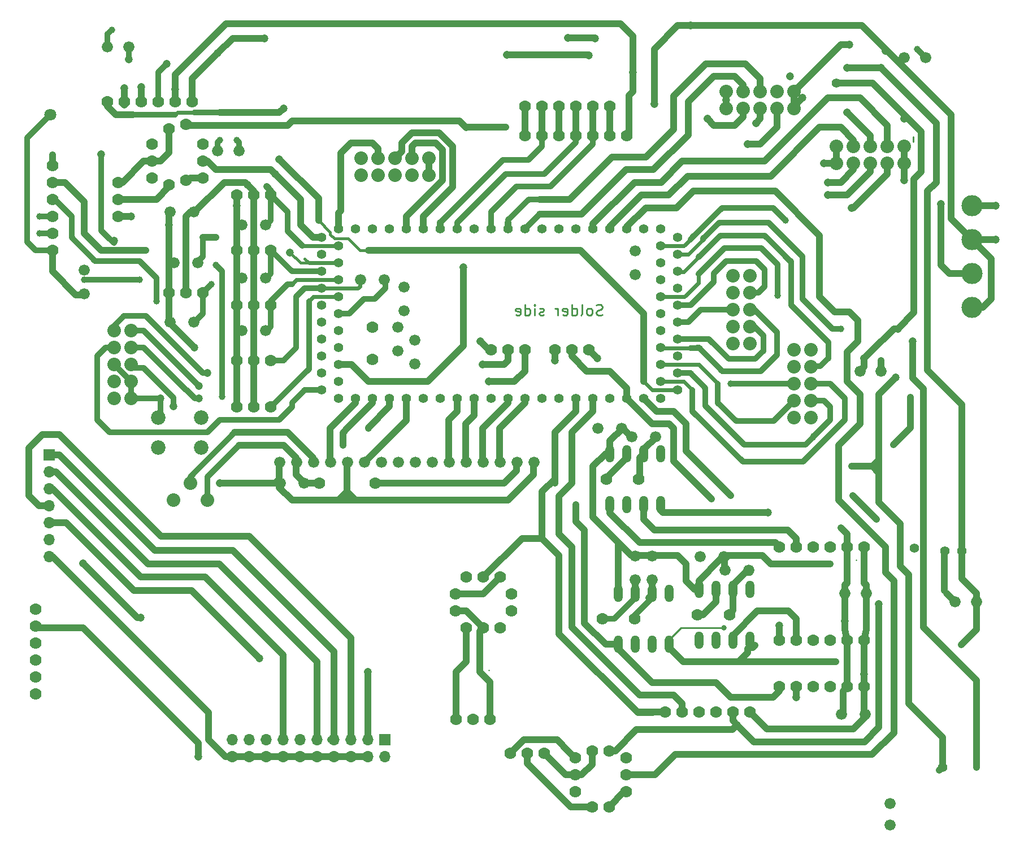
<source format=gbr>
G04 #@! TF.GenerationSoftware,KiCad,Pcbnew,(5.1.4)-1*
G04 #@! TF.CreationDate,2019-12-20T17:21:36+05:30*
G04 #@! TF.ProjectId,2014_board_SPI_Pullupattiny_4,32303134-5f62-46f6-9172-645f5350495f,rev?*
G04 #@! TF.SameCoordinates,Original*
G04 #@! TF.FileFunction,Copper,L2,Bot*
G04 #@! TF.FilePolarity,Positive*
%FSLAX46Y46*%
G04 Gerber Fmt 4.6, Leading zero omitted, Abs format (unit mm)*
G04 Created by KiCad (PCBNEW (5.1.4)-1) date 2019-12-20 17:21:36*
%MOMM*%
%LPD*%
G04 APERTURE LIST*
G04 #@! TA.AperFunction,NonConductor*
%ADD10C,0.251460*%
G04 #@! TD*
G04 #@! TA.AperFunction,ComponentPad*
%ADD11O,1.700000X1.700000*%
G04 #@! TD*
G04 #@! TA.AperFunction,ComponentPad*
%ADD12R,1.700000X1.700000*%
G04 #@! TD*
G04 #@! TA.AperFunction,ComponentPad*
%ADD13C,1.676400*%
G04 #@! TD*
G04 #@! TA.AperFunction,ComponentPad*
%ADD14C,2.032000*%
G04 #@! TD*
G04 #@! TA.AperFunction,ComponentPad*
%ADD15C,1.408000*%
G04 #@! TD*
G04 #@! TA.AperFunction,ComponentPad*
%ADD16C,1.422400*%
G04 #@! TD*
G04 #@! TA.AperFunction,ComponentPad*
%ADD17C,1.778000*%
G04 #@! TD*
G04 #@! TA.AperFunction,ComponentPad*
%ADD18O,1.320800X2.641600*%
G04 #@! TD*
G04 #@! TA.AperFunction,ComponentPad*
%ADD19C,2.184400*%
G04 #@! TD*
G04 #@! TA.AperFunction,ComponentPad*
%ADD20C,3.175000*%
G04 #@! TD*
G04 #@! TA.AperFunction,ViaPad*
%ADD21C,1.206400*%
G04 #@! TD*
G04 #@! TA.AperFunction,ViaPad*
%ADD22C,1.016000*%
G04 #@! TD*
G04 #@! TA.AperFunction,ViaPad*
%ADD23C,1.006400*%
G04 #@! TD*
G04 #@! TA.AperFunction,ViaPad*
%ADD24C,1.422400*%
G04 #@! TD*
G04 #@! TA.AperFunction,ViaPad*
%ADD25C,0.800000*%
G04 #@! TD*
G04 #@! TA.AperFunction,ViaPad*
%ADD26C,1.406400*%
G04 #@! TD*
G04 #@! TA.AperFunction,ViaPad*
%ADD27C,1.806400*%
G04 #@! TD*
G04 #@! TA.AperFunction,Conductor*
%ADD28C,0.812800*%
G04 #@! TD*
G04 #@! TA.AperFunction,Conductor*
%ADD29C,1.016000*%
G04 #@! TD*
G04 #@! TA.AperFunction,Conductor*
%ADD30C,0.250000*%
G04 #@! TD*
G04 #@! TA.AperFunction,Conductor*
%ADD31C,0.609600*%
G04 #@! TD*
G04 #@! TA.AperFunction,Conductor*
%ADD32C,0.406400*%
G04 #@! TD*
G04 APERTURE END LIST*
D10*
X162639302Y-85166925D02*
X162411791Y-85242762D01*
X162032605Y-85242762D01*
X161880931Y-85166925D01*
X161805093Y-85091088D01*
X161729256Y-84939414D01*
X161729256Y-84787740D01*
X161805093Y-84636065D01*
X161880931Y-84560228D01*
X162032605Y-84484391D01*
X162335953Y-84408554D01*
X162487628Y-84332717D01*
X162563465Y-84256880D01*
X162639302Y-84105205D01*
X162639302Y-83953531D01*
X162563465Y-83801857D01*
X162487628Y-83726020D01*
X162335953Y-83650182D01*
X161956768Y-83650182D01*
X161729256Y-83726020D01*
X160819211Y-85242762D02*
X160970885Y-85166925D01*
X161046722Y-85091088D01*
X161122559Y-84939414D01*
X161122559Y-84484391D01*
X161046722Y-84332717D01*
X160970885Y-84256880D01*
X160819211Y-84181042D01*
X160591699Y-84181042D01*
X160440025Y-84256880D01*
X160364188Y-84332717D01*
X160288351Y-84484391D01*
X160288351Y-84939414D01*
X160364188Y-85091088D01*
X160440025Y-85166925D01*
X160591699Y-85242762D01*
X160819211Y-85242762D01*
X159378305Y-85242762D02*
X159529979Y-85166925D01*
X159605816Y-85015251D01*
X159605816Y-83650182D01*
X158089073Y-85242762D02*
X158089073Y-83650182D01*
X158089073Y-85166925D02*
X158240748Y-85242762D01*
X158544096Y-85242762D01*
X158695771Y-85166925D01*
X158771608Y-85091088D01*
X158847445Y-84939414D01*
X158847445Y-84484391D01*
X158771608Y-84332717D01*
X158695771Y-84256880D01*
X158544096Y-84181042D01*
X158240748Y-84181042D01*
X158089073Y-84256880D01*
X156724005Y-85166925D02*
X156875679Y-85242762D01*
X157179028Y-85242762D01*
X157330702Y-85166925D01*
X157406539Y-85015251D01*
X157406539Y-84408554D01*
X157330702Y-84256880D01*
X157179028Y-84181042D01*
X156875679Y-84181042D01*
X156724005Y-84256880D01*
X156648168Y-84408554D01*
X156648168Y-84560228D01*
X157406539Y-84711902D01*
X155965633Y-85242762D02*
X155965633Y-84181042D01*
X155965633Y-84484391D02*
X155889796Y-84332717D01*
X155813959Y-84256880D01*
X155662285Y-84181042D01*
X155510611Y-84181042D01*
X153842193Y-85166925D02*
X153690519Y-85242762D01*
X153387171Y-85242762D01*
X153235496Y-85166925D01*
X153159659Y-85015251D01*
X153159659Y-84939414D01*
X153235496Y-84787740D01*
X153387171Y-84711902D01*
X153614682Y-84711902D01*
X153766356Y-84636065D01*
X153842193Y-84484391D01*
X153842193Y-84408554D01*
X153766356Y-84256880D01*
X153614682Y-84181042D01*
X153387171Y-84181042D01*
X153235496Y-84256880D01*
X152477125Y-85242762D02*
X152477125Y-84181042D01*
X152477125Y-83650182D02*
X152552962Y-83726020D01*
X152477125Y-83801857D01*
X152401288Y-83726020D01*
X152477125Y-83650182D01*
X152477125Y-83801857D01*
X151036219Y-85242762D02*
X151036219Y-83650182D01*
X151036219Y-85166925D02*
X151187893Y-85242762D01*
X151491242Y-85242762D01*
X151642916Y-85166925D01*
X151718753Y-85091088D01*
X151794591Y-84939414D01*
X151794591Y-84484391D01*
X151718753Y-84332717D01*
X151642916Y-84256880D01*
X151491242Y-84181042D01*
X151187893Y-84181042D01*
X151036219Y-84256880D01*
X149671151Y-85166925D02*
X149822825Y-85242762D01*
X150126173Y-85242762D01*
X150277848Y-85166925D01*
X150353685Y-85015251D01*
X150353685Y-84408554D01*
X150277848Y-84256880D01*
X150126173Y-84181042D01*
X149822825Y-84181042D01*
X149671151Y-84256880D01*
X149595313Y-84408554D01*
X149595313Y-84560228D01*
X150353685Y-84711902D01*
D11*
G04 #@! TO.P,jtag,20*
G04 #@! TO.N,GND*
X107188000Y-151384000D03*
G04 #@! TO.P,jtag,19*
G04 #@! TO.N,N/C*
X107188000Y-148844000D03*
G04 #@! TO.P,jtag,18*
G04 #@! TO.N,GND*
X109728000Y-151384000D03*
G04 #@! TO.P,jtag,17*
G04 #@! TO.N,N/C*
X109728000Y-148844000D03*
G04 #@! TO.P,jtag,16*
G04 #@! TO.N,GND*
X112268000Y-151384000D03*
G04 #@! TO.P,jtag,15*
G04 #@! TO.N,S$140*
X112268000Y-148844000D03*
G04 #@! TO.P,jtag,14*
G04 #@! TO.N,GND*
X114808000Y-151384000D03*
G04 #@! TO.P,jtag,13*
G04 #@! TO.N,N/C*
X114808000Y-148844000D03*
G04 #@! TO.P,jtag,12*
G04 #@! TO.N,GND*
X117348000Y-151384000D03*
G04 #@! TO.P,jtag,11*
G04 #@! TO.N,N/C*
X117348000Y-148844000D03*
G04 #@! TO.P,jtag,10*
G04 #@! TO.N,GND*
X119888000Y-151384000D03*
G04 #@! TO.P,jtag,9*
G04 #@! TO.N,N/C*
X119888000Y-148844000D03*
G04 #@! TO.P,jtag,8*
G04 #@! TO.N,GND*
X122428000Y-151384000D03*
G04 #@! TO.P,jtag,7*
G04 #@! TO.N,N/C*
X122428000Y-148844000D03*
G04 #@! TO.P,jtag,6*
G04 #@! TO.N,GND*
X124968000Y-151384000D03*
G04 #@! TO.P,jtag,5*
G04 #@! TO.N,N/C*
X124968000Y-148844000D03*
G04 #@! TO.P,jtag,4*
G04 #@! TO.N,GND*
X127508000Y-151384000D03*
G04 #@! TO.P,jtag,3*
G04 #@! TO.N,N/C*
X127508000Y-148844000D03*
G04 #@! TO.P,jtag,2*
X130048000Y-151384000D03*
D12*
G04 #@! TO.P,jtag,1*
X130048000Y-148844000D03*
G04 #@! TD*
D11*
G04 #@! TO.P,REF\002A\002A,7*
G04 #@! TO.N,GND*
X79756000Y-121412000D03*
G04 #@! TO.P,REF\002A\002A,6*
G04 #@! TO.N,N/C*
X79756000Y-118872000D03*
G04 #@! TO.P,REF\002A\002A,5*
X79756000Y-116332000D03*
G04 #@! TO.P,REF\002A\002A,4*
X79756000Y-113792000D03*
G04 #@! TO.P,REF\002A\002A,3*
X79756000Y-111252000D03*
G04 #@! TO.P,REF\002A\002A,2*
X79756000Y-108712000D03*
D12*
G04 #@! TO.P,REF\002A\002A,1*
X79756000Y-106172000D03*
G04 #@! TD*
D13*
G04 #@! TO.P,LCD,16*
G04 #@! TO.N,N/C*
X152378600Y-107283600D03*
G04 #@! TO.P,LCD,15*
X149838600Y-107283600D03*
G04 #@! TO.P,LCD,14*
X147298600Y-107283600D03*
G04 #@! TO.P,LCD,13*
X144758600Y-107283600D03*
G04 #@! TO.P,LCD,12*
X142218600Y-107283600D03*
G04 #@! TO.P,LCD,11*
X139678600Y-107283600D03*
G04 #@! TO.P,LCD,10*
X137138600Y-107283600D03*
G04 #@! TO.P,LCD,9*
X134598600Y-107283600D03*
G04 #@! TO.P,LCD,8*
X132058600Y-107283600D03*
G04 #@! TO.P,LCD,7*
X129518600Y-107283600D03*
G04 #@! TO.P,LCD,6*
G04 #@! TO.N,S$156*
X126978600Y-107283600D03*
G04 #@! TO.P,LCD,5*
G04 #@! TO.N,N/C*
X124438600Y-107283600D03*
G04 #@! TO.P,LCD,4*
X121898600Y-107283600D03*
G04 #@! TO.P,LCD,3*
X119358600Y-107283600D03*
G04 #@! TO.P,LCD,2*
G04 #@! TO.N,5V_PERIPHERALS*
X116818600Y-107283600D03*
G04 #@! TO.P,LCD,1*
G04 #@! TO.N,N/C*
X114278600Y-107283600D03*
G04 #@! TD*
D14*
G04 #@! TO.P,E$8,P$21*
G04 #@! TO.N,S$112*
X129032000Y-64262000D03*
G04 #@! TO.P,E$8,P$22*
G04 #@! TO.N,S$129*
X131572000Y-64262000D03*
G04 #@! TO.P,E$8,P$23*
G04 #@! TO.N,S$128*
X134112000Y-64262000D03*
G04 #@! TO.P,E$8,5*
G04 #@! TO.N,GND*
X136652000Y-64262000D03*
G04 #@! TO.P,E$8,6*
X136652000Y-61722000D03*
G04 #@! TO.P,E$8,P$24*
G04 #@! TO.N,S$142*
X134112000Y-61722000D03*
G04 #@! TO.P,E$8,P$25*
G04 #@! TO.N,S$143*
X131572000Y-61722000D03*
G04 #@! TO.P,E$8,P$20*
G04 #@! TO.N,S$60*
X129032000Y-61722000D03*
G04 #@! TO.P,E$8,10*
G04 #@! TO.N,12V*
X126492000Y-61722000D03*
G04 #@! TO.P,E$8,1*
X126492000Y-64262000D03*
G04 #@! TD*
D15*
G04 #@! TO.P,E$1,P$19*
G04 #@! TO.N,S$130*
X120561100Y-73571100D03*
D16*
G04 #@! TO.P,E$1,P$78*
G04 #@! TO.N,S$170*
X173901100Y-73571100D03*
G04 #@! TO.P,E$1,P$77*
G04 #@! TO.N,3.3V*
X173901100Y-76111100D03*
G04 #@! TO.P,E$1,P$76*
G04 #@! TO.N,S$161*
X173901100Y-78651100D03*
G04 #@! TO.P,E$1,P$75*
G04 #@! TO.N,N/C*
X173901100Y-81191100D03*
G04 #@! TO.P,E$1,P$74*
G04 #@! TO.N,S$10*
X173901100Y-83731100D03*
G04 #@! TO.P,E$1,P$73*
G04 #@! TO.N,S$19*
X173901100Y-86271100D03*
G04 #@! TO.P,E$1,P$72*
G04 #@! TO.N,N/C*
X173901100Y-88811100D03*
G04 #@! TO.P,E$1,P$71*
G04 #@! TO.N,S$24*
X173901100Y-91351100D03*
G04 #@! TO.P,E$1,P$70*
G04 #@! TO.N,S$27*
X173901100Y-93891100D03*
G04 #@! TO.P,E$1,P$69*
G04 #@! TO.N,S$177*
X173901100Y-96431100D03*
G04 #@! TO.P,E$1,P$68*
G04 #@! TO.N,S$53*
X123101100Y-97701100D03*
G04 #@! TO.P,E$1,P$67*
G04 #@! TO.N,S$35*
X125641100Y-97701100D03*
G04 #@! TO.P,E$1,P$66*
G04 #@! TO.N,S$55*
X128181100Y-97701100D03*
G04 #@! TO.P,E$1,P$65*
G04 #@! TO.N,S$107*
X130721100Y-97701100D03*
G04 #@! TO.P,E$1,P$64*
G04 #@! TO.N,S$156*
X133261100Y-97701100D03*
G04 #@! TO.P,E$1,P$63*
G04 #@! TO.N,S$86*
X135801100Y-97701100D03*
G04 #@! TO.P,E$1,P$62*
G04 #@! TO.N,S$83*
X138341100Y-97701100D03*
G04 #@! TO.P,E$1,P$61*
G04 #@! TO.N,S$40*
X140881100Y-97701100D03*
G04 #@! TO.P,E$1,P$60*
G04 #@! TO.N,S$39*
X143421100Y-97701100D03*
G04 #@! TO.P,E$1,P$59*
G04 #@! TO.N,S$62*
X145961100Y-97701100D03*
G04 #@! TO.P,E$1,P$58*
G04 #@! TO.N,S$38*
X148501100Y-97701100D03*
G04 #@! TO.P,E$1,P$57*
G04 #@! TO.N,S$37*
X151041100Y-97701100D03*
G04 #@! TO.P,E$1,P$56*
G04 #@! TO.N,S$90*
X153581100Y-97701100D03*
G04 #@! TO.P,E$1,P$55*
G04 #@! TO.N,S$45*
X156121100Y-97701100D03*
G04 #@! TO.P,E$1,P$54*
G04 #@! TO.N,S$100*
X158661100Y-97701100D03*
G04 #@! TO.P,E$1,P$53*
G04 #@! TO.N,S$57*
X161201100Y-97701100D03*
G04 #@! TO.P,E$1,P$52*
G04 #@! TO.N,S$8*
X163741100Y-97701100D03*
G04 #@! TO.P,E$1,P$51*
G04 #@! TO.N,S$52*
X166281100Y-97701100D03*
G04 #@! TO.P,E$1,P$50*
G04 #@! TO.N,S$54*
X168821100Y-97701100D03*
G04 #@! TO.P,E$1,P$49*
G04 #@! TO.N,S$34*
X171361100Y-97701100D03*
G04 #@! TO.P,E$1,P$48*
G04 #@! TO.N,S$13*
X171361100Y-95161100D03*
G04 #@! TO.P,E$1,P$47*
G04 #@! TO.N,S$17*
X171361100Y-92621100D03*
G04 #@! TO.P,E$1,P$46*
G04 #@! TO.N,N/C*
X171361100Y-90081100D03*
G04 #@! TO.P,E$1,P$45*
G04 #@! TO.N,S$22*
X171361100Y-87541100D03*
G04 #@! TO.P,E$1,P$44*
G04 #@! TO.N,S$6*
X171361100Y-85001100D03*
G04 #@! TO.P,E$1,P$43*
G04 #@! TO.N,S$11*
X171361100Y-82461100D03*
G04 #@! TO.P,E$1,P$42*
G04 #@! TO.N,S$21*
X171361100Y-79921100D03*
G04 #@! TO.P,E$1,P$41*
G04 #@! TO.N,S$25*
X171361100Y-77381100D03*
G04 #@! TO.P,E$1,P$40*
G04 #@! TO.N,GND*
X171361100Y-74841100D03*
G04 #@! TO.P,E$1,P$39*
G04 #@! TO.N,S$163*
X171361100Y-72301100D03*
G04 #@! TO.P,E$1,P$38*
G04 #@! TO.N,S$164*
X168821100Y-72301100D03*
G04 #@! TO.P,E$1,P$37*
G04 #@! TO.N,S$135*
X166281100Y-72301100D03*
G04 #@! TO.P,E$1,P$36*
G04 #@! TO.N,S$9*
X163741100Y-72301100D03*
G04 #@! TO.P,E$1,P$35*
G04 #@! TO.N,S$166*
X161201100Y-72301100D03*
G04 #@! TO.P,E$1,P$34*
G04 #@! TO.N,S$91*
X158661100Y-72301100D03*
G04 #@! TO.P,E$1,P$33*
G04 #@! TO.N,S$165*
X156121100Y-72301100D03*
G04 #@! TO.P,E$1,P$32*
G04 #@! TO.N,S$34*
X153581100Y-72301100D03*
G04 #@! TO.P,E$1,P$31*
G04 #@! TO.N,S$168*
X151041100Y-72301100D03*
G04 #@! TO.P,E$1,P$30*
G04 #@! TO.N,S$169*
X148501100Y-72301100D03*
G04 #@! TO.P,E$1,P$29*
G04 #@! TO.N,S$76*
X145961100Y-72301100D03*
G04 #@! TO.P,E$1,P$28*
G04 #@! TO.N,S$181*
X143421100Y-72301100D03*
G04 #@! TO.P,E$1,P$27*
G04 #@! TO.N,S$68*
X140881100Y-72301100D03*
G04 #@! TO.P,E$1,P$26*
G04 #@! TO.N,S$179*
X138341100Y-72301100D03*
G04 #@! TO.P,E$1,P$25*
G04 #@! TO.N,S$143*
X135801100Y-72301100D03*
G04 #@! TO.P,E$1,P$24*
G04 #@! TO.N,S$142*
X133261100Y-72301100D03*
G04 #@! TO.P,E$1,P$23*
G04 #@! TO.N,S$128*
X130721100Y-72301100D03*
G04 #@! TO.P,E$1,P$22*
G04 #@! TO.N,S$129*
X128181100Y-72301100D03*
G04 #@! TO.P,E$1,P$21*
G04 #@! TO.N,S$112*
X125641100Y-72301100D03*
G04 #@! TO.P,E$1,P$20*
G04 #@! TO.N,S$60*
X123101100Y-72301100D03*
G04 #@! TO.P,E$1,P$18*
G04 #@! TO.N,S$110*
X120561100Y-76111100D03*
G04 #@! TO.P,E$1,P$17*
G04 #@! TO.N,S$123*
X120561100Y-78651100D03*
G04 #@! TO.P,E$1,P$16*
G04 #@! TO.N,S$113*
X120561100Y-81191100D03*
G04 #@! TO.P,E$1,P$15*
G04 #@! TO.N,3.3V*
X120561100Y-83731100D03*
G04 #@! TO.P,E$1,P$14*
G04 #@! TO.N,S$140*
X120561100Y-86271100D03*
G04 #@! TO.P,E$1,P$13*
G04 #@! TO.N,S$4*
X120561100Y-88811100D03*
G04 #@! TO.P,E$1,P$12*
G04 #@! TO.N,S$121*
X120561100Y-91351100D03*
G04 #@! TO.P,E$1,P$11*
G04 #@! TO.N,S$75*
X120561100Y-96431100D03*
G04 #@! TO.P,E$1,P$10*
G04 #@! TO.N,S$122*
X120561100Y-93891100D03*
G04 #@! TO.P,E$1,P$9*
G04 #@! TO.N,S$65*
X123101100Y-95161100D03*
G04 #@! TO.P,E$1,P$8*
G04 #@! TO.N,S$171*
X123101100Y-92621100D03*
G04 #@! TO.P,E$1,P$7*
G04 #@! TO.N,S$118*
X123101100Y-90081100D03*
G04 #@! TO.P,E$1,P$6*
G04 #@! TO.N,S$5*
X123101100Y-87541100D03*
G04 #@! TO.P,E$1,P$5*
G04 #@! TO.N,S$44*
X123101100Y-74841100D03*
G04 #@! TO.P,E$1,P$4*
G04 #@! TO.N,S$88*
X123101100Y-77381100D03*
G04 #@! TO.P,E$1,P$3*
G04 #@! TO.N,S$124*
X123101100Y-79921100D03*
G04 #@! TO.P,E$1,P$2*
G04 #@! TO.N,S$105*
X123101100Y-82461100D03*
G04 #@! TO.P,E$1,P$1*
G04 #@! TO.N,GND*
X123101100Y-85001100D03*
G04 #@! TD*
D17*
G04 #@! TO.P,E$2,2*
G04 #@! TO.N,N/C*
X128181100Y-87033100D03*
G04 #@! TO.P,E$2,1*
X128181100Y-91859100D03*
G04 #@! TD*
D13*
G04 #@! TO.P,E$3,2*
G04 #@! TO.N,N/C*
X131991100Y-87033100D03*
G04 #@! TO.P,E$3,1*
X131991100Y-90589100D03*
G04 #@! TD*
G04 #@! TO.P,E$4,2*
G04 #@! TO.N,N/C*
X134531100Y-88938100D03*
G04 #@! TO.P,E$4,1*
X134531100Y-92494100D03*
G04 #@! TD*
G04 #@! TO.P,E$5,2*
G04 #@! TO.N,N/C*
X132943600Y-81000600D03*
G04 #@! TO.P,E$5,1*
X132943600Y-84556600D03*
G04 #@! TD*
G04 #@! TO.P,E$6,2*
G04 #@! TO.N,N/C*
X167551100Y-75603100D03*
G04 #@! TO.P,E$6,1*
X167551100Y-79159100D03*
G04 #@! TD*
D17*
G04 #@! TO.P,E$13,1*
G04 #@! TO.N,5V_PERIPHERALS*
X120211800Y-110401100D03*
G04 #@! TO.P,E$13,2*
G04 #@! TO.N,N/C*
X128593900Y-110401100D03*
G04 #@! TD*
D18*
G04 #@! TO.P,ATTINY85\002C,5*
G04 #@! TO.N,S$62*
X163741100Y-113576100D03*
G04 #@! TO.P,ATTINY85\002C,6*
G04 #@! TO.N,S$8*
X166281100Y-113576100D03*
G04 #@! TO.P,ATTINY85\002C,4*
G04 #@! TO.N,GND*
X163741100Y-105956100D03*
G04 #@! TO.P,ATTINY85\002C,3*
G04 #@! TO.N,S$46*
X166281100Y-105956100D03*
G04 #@! TO.P,ATTINY85\002C,8*
G04 #@! TO.N,5V_SHARP*
X171361100Y-113576100D03*
G04 #@! TO.P,ATTINY85\002C,7*
G04 #@! TO.N,S$51*
X168821100Y-113576100D03*
G04 #@! TO.P,ATTINY85\002C,2*
G04 #@! TO.N,S$58*
X168821100Y-105956100D03*
G04 #@! TO.P,ATTINY85\002C,1*
G04 #@! TO.N,S$89*
X171361100Y-105956100D03*
G04 #@! TD*
D13*
G04 #@! TO.P,E$15,2*
G04 #@! TO.N,5V_PERIPHERALS*
X117894100Y-110401100D03*
G04 #@! TO.P,E$15,1*
G04 #@! TO.N,N/C*
X114338100Y-110401100D03*
G04 #@! TD*
D18*
G04 #@! TO.P,ATTINY85,5*
G04 #@! TO.N,S$34*
X177076100Y-133896100D03*
G04 #@! TO.P,ATTINY85,6*
G04 #@! TO.N,S$54*
X179616100Y-133896100D03*
G04 #@! TO.P,ATTINY85,4*
G04 #@! TO.N,GND*
X177076100Y-126276100D03*
G04 #@! TO.P,ATTINY85,3*
G04 #@! TO.N,S$59*
X179616100Y-126276100D03*
G04 #@! TO.P,ATTINY85,8*
G04 #@! TO.N,5V_SHARP*
X184696100Y-133896100D03*
G04 #@! TO.P,ATTINY85,7*
G04 #@! TO.N,S$48*
X182156100Y-133896100D03*
G04 #@! TO.P,ATTINY85,2*
G04 #@! TO.N,S$50*
X182156100Y-126276100D03*
G04 #@! TO.P,ATTINY85,1*
G04 #@! TO.N,S$82*
X184696100Y-126276100D03*
G04 #@! TD*
G04 #@! TO.P,ATTINY85.,5*
G04 #@! TO.N,S$53*
X165011100Y-134531100D03*
G04 #@! TO.P,ATTINY85.,6*
G04 #@! TO.N,S$52*
X167551100Y-134531100D03*
G04 #@! TO.P,ATTINY85.,4*
G04 #@! TO.N,GND*
X165011100Y-126911100D03*
G04 #@! TO.P,ATTINY85.,3*
G04 #@! TO.N,S$66*
X167551100Y-126911100D03*
G04 #@! TO.P,ATTINY85.,8*
G04 #@! TO.N,5V_SHARP*
X172631100Y-134531100D03*
G04 #@! TO.P,ATTINY85.,7*
G04 #@! TO.N,S$2*
X170091100Y-134531100D03*
G04 #@! TO.P,ATTINY85.,2*
G04 #@! TO.N,S$102*
X170091100Y-126911100D03*
G04 #@! TO.P,ATTINY85.,1*
G04 #@! TO.N,S$63*
X172631100Y-126911100D03*
G04 #@! TD*
D17*
G04 #@! TO.P,E$18,2*
G04 #@! TO.N,N/C*
X163233100Y-109766100D03*
G04 #@! TO.P,E$18,1*
X168059100Y-109766100D03*
G04 #@! TD*
D13*
G04 #@! TO.P,E$19,2*
G04 #@! TO.N,N/C*
X170599100Y-103416100D03*
G04 #@! TO.P,E$19,1*
X167043100Y-103416100D03*
G04 #@! TD*
G04 #@! TO.P,E$20,2*
G04 #@! TO.N,N/C*
X165519100Y-102146100D03*
G04 #@! TO.P,E$20,1*
X161963100Y-102146100D03*
G04 #@! TD*
D17*
G04 #@! TO.P,E$21,18*
G04 #@! TO.N,N/C*
X189141100Y-119926100D03*
G04 #@! TO.P,E$21,17*
X191681100Y-119926100D03*
G04 #@! TO.P,E$21,16*
X194221100Y-119926100D03*
G04 #@! TO.P,E$21,15*
X194221100Y-119926100D03*
G04 #@! TO.P,E$21,14*
X196761100Y-119926100D03*
G04 #@! TO.P,E$21,13*
X199301100Y-119926100D03*
G04 #@! TO.P,E$21,12*
X189141100Y-119926100D03*
G04 #@! TO.P,E$21,11*
X191681100Y-119926100D03*
G04 #@! TO.P,E$21,10*
X194221100Y-119926100D03*
G04 #@! TO.P,E$21,9*
X196761100Y-119926100D03*
G04 #@! TO.P,E$21,8*
X199301100Y-119926100D03*
G04 #@! TO.P,E$21,7*
X199301100Y-119926100D03*
G04 #@! TO.P,E$21,3*
X196761100Y-119926100D03*
G04 #@! TO.P,E$21,2*
G04 #@! TO.N,5V_PERIPHERALS*
X199301100Y-119926100D03*
G04 #@! TO.P,E$21,1*
G04 #@! TO.N,GND*
X201841100Y-119926100D03*
G04 #@! TO.P,E$21,6*
G04 #@! TO.N,S$62*
X189141100Y-119926100D03*
G04 #@! TO.P,E$21,5*
G04 #@! TO.N,S$51*
X191681100Y-119926100D03*
G04 #@! TO.P,E$21,4*
G04 #@! TO.N,N/C*
X194221100Y-119926100D03*
G04 #@! TD*
G04 #@! TO.P,E$22,18*
G04 #@! TO.N,N/C*
X189141100Y-133896100D03*
G04 #@! TO.P,E$22,17*
G04 #@! TO.N,S$48*
X191681100Y-133896100D03*
G04 #@! TO.P,E$22,16*
G04 #@! TO.N,N/C*
X194221100Y-133896100D03*
G04 #@! TO.P,E$22,15*
X194221100Y-133896100D03*
G04 #@! TO.P,E$22,14*
X196761100Y-133896100D03*
G04 #@! TO.P,E$22,13*
X199301100Y-133896100D03*
G04 #@! TO.P,E$22,12*
X189141100Y-133896100D03*
G04 #@! TO.P,E$22,11*
G04 #@! TO.N,S$48*
X191681100Y-133896100D03*
G04 #@! TO.P,E$22,10*
G04 #@! TO.N,N/C*
X194221100Y-133896100D03*
G04 #@! TO.P,E$22,9*
X196761100Y-133896100D03*
G04 #@! TO.P,E$22,8*
X199301100Y-133896100D03*
G04 #@! TO.P,E$22,7*
X199301100Y-133896100D03*
G04 #@! TO.P,E$22,3*
X196761100Y-133896100D03*
G04 #@! TO.P,E$22,2*
G04 #@! TO.N,5V_PERIPHERALS*
X199301100Y-133896100D03*
G04 #@! TO.P,E$22,1*
G04 #@! TO.N,GND*
X201841100Y-133896100D03*
G04 #@! TO.P,E$22,6*
G04 #@! TO.N,S$34*
X189141100Y-133896100D03*
G04 #@! TO.P,E$22,5*
G04 #@! TO.N,S$48*
X191681100Y-133896100D03*
G04 #@! TO.P,E$22,4*
G04 #@! TO.N,N/C*
X194221100Y-133896100D03*
G04 #@! TD*
G04 #@! TO.P,E$23,18*
G04 #@! TO.N,N/C*
X189141100Y-140881100D03*
G04 #@! TO.P,E$23,17*
X191681100Y-140881100D03*
G04 #@! TO.P,E$23,16*
X194221100Y-140881100D03*
G04 #@! TO.P,E$23,15*
X194221100Y-140881100D03*
G04 #@! TO.P,E$23,14*
X196761100Y-140881100D03*
G04 #@! TO.P,E$23,13*
X199301100Y-140881100D03*
G04 #@! TO.P,E$23,12*
X189141100Y-140881100D03*
G04 #@! TO.P,E$23,11*
X191681100Y-140881100D03*
G04 #@! TO.P,E$23,10*
X194221100Y-140881100D03*
G04 #@! TO.P,E$23,9*
X196761100Y-140881100D03*
G04 #@! TO.P,E$23,8*
X199301100Y-140881100D03*
G04 #@! TO.P,E$23,7*
X199301100Y-140881100D03*
G04 #@! TO.P,E$23,3*
X196761100Y-140881100D03*
G04 #@! TO.P,E$23,2*
G04 #@! TO.N,5V_PERIPHERALS*
X199301100Y-140881100D03*
G04 #@! TO.P,E$23,1*
G04 #@! TO.N,GND*
X201841100Y-140881100D03*
G04 #@! TO.P,E$23,6*
G04 #@! TO.N,S$53*
X189141100Y-140881100D03*
G04 #@! TO.P,E$23,5*
G04 #@! TO.N,S$2*
X191681100Y-140881100D03*
G04 #@! TO.P,E$23,4*
G04 #@! TO.N,N/C*
X194221100Y-140881100D03*
G04 #@! TD*
D13*
G04 #@! TO.P,E$24,-*
G04 #@! TO.N,N/C*
X202171300Y-126911100D03*
G04 #@! TO.P,E$24,+*
X198970900Y-126911100D03*
G04 #@! TD*
G04 #@! TO.P,E$25,2*
G04 #@! TO.N,N/C*
X180848000Y-121412000D03*
G04 #@! TO.P,E$25,1*
X177292000Y-121412000D03*
G04 #@! TD*
G04 #@! TO.P,E$26,2*
G04 #@! TO.N,N/C*
X184569100Y-123444000D03*
G04 #@! TO.P,E$26,1*
X181013100Y-123444000D03*
G04 #@! TD*
D17*
G04 #@! TO.P,E$27,2*
G04 #@! TO.N,N/C*
X176885600Y-130086100D03*
G04 #@! TO.P,E$27,1*
X181711600Y-130086100D03*
G04 #@! TD*
D13*
G04 #@! TO.P,E$28,2*
G04 #@! TO.N,N/C*
X167551100Y-121323100D03*
G04 #@! TO.P,E$28,1*
X167551100Y-124879100D03*
G04 #@! TD*
G04 #@! TO.P,E$29,2*
G04 #@! TO.N,N/C*
X170091100Y-121323100D03*
G04 #@! TO.P,E$29,1*
X170091100Y-124879100D03*
G04 #@! TD*
D17*
G04 #@! TO.P,E$30,2*
G04 #@! TO.N,N/C*
X162598100Y-130721100D03*
G04 #@! TO.P,E$30,1*
X167424100Y-130721100D03*
G04 #@! TD*
D13*
G04 #@! TO.P,E$31,2*
G04 #@! TO.N,N/C*
X198475600Y-145008600D03*
G04 #@! TO.P,E$31,1*
G04 #@! TO.N,GND*
X202031600Y-145008600D03*
G04 #@! TD*
D17*
G04 #@! TO.P,E$32,18*
G04 #@! TO.N,N/C*
X171996100Y-144691100D03*
G04 #@! TO.P,E$32,17*
X174536100Y-144691100D03*
G04 #@! TO.P,E$32,16*
X177076100Y-144691100D03*
G04 #@! TO.P,E$32,15*
X177076100Y-144691100D03*
G04 #@! TO.P,E$32,14*
X179616100Y-144691100D03*
G04 #@! TO.P,E$32,13*
X182156100Y-144691100D03*
G04 #@! TO.P,E$32,12*
X171996100Y-144691100D03*
G04 #@! TO.P,E$32,11*
X174536100Y-144691100D03*
G04 #@! TO.P,E$32,10*
X177076100Y-144691100D03*
G04 #@! TO.P,E$32,9*
X179616100Y-144691100D03*
G04 #@! TO.P,E$32,8*
X182156100Y-144691100D03*
G04 #@! TO.P,E$32,7*
X182156100Y-144691100D03*
G04 #@! TO.P,E$32,3*
X179616100Y-144691100D03*
G04 #@! TO.P,E$32,2*
G04 #@! TO.N,3.3V*
X182156100Y-144691100D03*
G04 #@! TO.P,E$32,1*
G04 #@! TO.N,GND*
X184696100Y-144691100D03*
G04 #@! TO.P,E$32,6*
G04 #@! TO.N,S$100*
X171996100Y-144691100D03*
G04 #@! TO.P,E$32,5*
G04 #@! TO.N,S$57*
X174536100Y-144691100D03*
G04 #@! TO.P,E$32,4*
G04 #@! TO.N,N/C*
X177076100Y-144691100D03*
G04 #@! TD*
G04 #@! TO.P,MCT2E.,P$6*
G04 #@! TO.N,N/C*
X142240000Y-124460000D03*
G04 #@! TO.P,MCT2E.,P$5*
G04 #@! TO.N,S$100*
X144780000Y-124460000D03*
G04 #@! TO.P,MCT2E.,P$4*
G04 #@! TO.N,S$61*
X147320000Y-124460000D03*
G04 #@! TO.P,MCT2E.,P$3*
G04 #@! TO.N,S$71*
X142240000Y-132080000D03*
G04 #@! TO.P,MCT2E.,P$2*
G04 #@! TO.N,S$74*
X144780000Y-132080000D03*
G04 #@! TO.P,MCT2E.,P$1*
G04 #@! TO.N,N/C*
X147320000Y-132080000D03*
G04 #@! TD*
G04 #@! TO.P,E$34,1*
G04 #@! TO.N,S$61*
X140620700Y-127000000D03*
G04 #@! TO.P,E$34,2*
G04 #@! TO.N,3.3V*
X149002800Y-127000000D03*
G04 #@! TD*
G04 #@! TO.P,E$35,3*
G04 #@! TO.N,S$74*
X145796000Y-145796000D03*
G04 #@! TO.P,E$35,2*
G04 #@! TO.N,S$36*
X143256000Y-145796000D03*
G04 #@! TO.P,E$35,1*
G04 #@! TO.N,S$71*
X140716000Y-145796000D03*
G04 #@! TD*
G04 #@! TO.P,E$36,1*
G04 #@! TO.N,S$74*
X140620700Y-129540000D03*
G04 #@! TO.P,E$36,2*
G04 #@! TO.N,S$36*
X149002800Y-129540000D03*
G04 #@! TD*
D14*
G04 #@! TO.P,E$38,2*
G04 #@! TO.N,N/C*
X100876100Y-110381100D03*
G04 #@! TO.P,E$38,3*
G04 #@! TO.N,5V_PERIPHERALS*
X103426100Y-112941100D03*
G04 #@! TO.P,E$38,1*
G04 #@! TO.N,N/C*
X98326100Y-112941100D03*
G04 #@! TD*
D17*
G04 #@! TO.P,E$37,18*
G04 #@! TO.N,S$55*
X77724000Y-141986000D03*
G04 #@! TO.P,E$37,17*
G04 #@! TO.N,S$107*
X77724000Y-139446000D03*
G04 #@! TO.P,E$37,16*
G04 #@! TO.N,N/C*
X77724000Y-136906000D03*
G04 #@! TO.P,E$37,15*
X77724000Y-136906000D03*
G04 #@! TO.P,E$37,14*
X77724000Y-134366000D03*
G04 #@! TO.P,E$37,13*
G04 #@! TO.N,5V_PERIPHERALS*
X77724000Y-131826000D03*
G04 #@! TO.P,E$37,12*
G04 #@! TO.N,S$55*
X77724000Y-141986000D03*
G04 #@! TO.P,E$37,11*
G04 #@! TO.N,S$107*
X77724000Y-139446000D03*
G04 #@! TO.P,E$37,10*
G04 #@! TO.N,N/C*
X77724000Y-136906000D03*
G04 #@! TO.P,E$37,9*
X77724000Y-134366000D03*
G04 #@! TO.P,E$37,8*
G04 #@! TO.N,5V_PERIPHERALS*
X77724000Y-131826000D03*
G04 #@! TO.P,E$37,7*
X77724000Y-131826000D03*
G04 #@! TO.P,E$37,3*
G04 #@! TO.N,N/C*
X77724000Y-134366000D03*
G04 #@! TO.P,E$37,2*
G04 #@! TO.N,5V_PERIPHERALS*
X77724000Y-131826000D03*
G04 #@! TO.P,E$37,1*
G04 #@! TO.N,GND*
X77724000Y-129286000D03*
G04 #@! TO.P,E$37,6*
G04 #@! TO.N,S$55*
X77724000Y-141986000D03*
G04 #@! TO.P,E$37,5*
G04 #@! TO.N,S$107*
X77724000Y-139446000D03*
G04 #@! TO.P,E$37,4*
G04 #@! TO.N,N/C*
X77724000Y-136906000D03*
G04 #@! TD*
G04 #@! TO.P,E$50,3*
G04 #@! TO.N,S$105*
X112941100Y-98971100D03*
G04 #@! TO.P,E$50,2*
G04 #@! TO.N,5V_SHARP*
X110401100Y-98971100D03*
G04 #@! TO.P,E$50,1*
G04 #@! TO.N,GND*
X107861100Y-98971100D03*
G04 #@! TD*
G04 #@! TO.P,E$52,3*
G04 #@! TO.N,S$113*
X112941100Y-91986100D03*
G04 #@! TO.P,E$52,2*
G04 #@! TO.N,5V_SHARP*
X110401100Y-91986100D03*
G04 #@! TO.P,E$52,1*
G04 #@! TO.N,GND*
X107861100Y-91986100D03*
G04 #@! TD*
G04 #@! TO.P,E$53,3*
G04 #@! TO.N,S$124*
X112941100Y-83731100D03*
G04 #@! TO.P,E$53,2*
G04 #@! TO.N,5V_SHARP*
X110401100Y-83731100D03*
G04 #@! TO.P,E$53,1*
G04 #@! TO.N,GND*
X107861100Y-83731100D03*
G04 #@! TD*
G04 #@! TO.P,E$54,3*
G04 #@! TO.N,S$123*
X112941100Y-75476100D03*
G04 #@! TO.P,E$54,2*
G04 #@! TO.N,5V_SHARP*
X110401100Y-75476100D03*
G04 #@! TO.P,E$54,1*
G04 #@! TO.N,GND*
X107861100Y-75476100D03*
G04 #@! TD*
G04 #@! TO.P,E$55,3*
G04 #@! TO.N,S$44*
X112941100Y-67221100D03*
G04 #@! TO.P,E$55,2*
G04 #@! TO.N,5V_SHARP*
X110401100Y-67221100D03*
G04 #@! TO.P,E$55,1*
G04 #@! TO.N,GND*
X107861100Y-67221100D03*
G04 #@! TD*
D14*
G04 #@! TO.P,E$56,2*
G04 #@! TO.N,S$75*
X89446100Y-90081100D03*
G04 #@! TO.P,E$56,3*
G04 #@! TO.N,GND*
X89446100Y-92621100D03*
G04 #@! TO.P,E$56,4*
G04 #@! TO.N,N/C*
X89446100Y-95161100D03*
G04 #@! TO.P,E$56,5*
G04 #@! TO.N,3.3V*
X89446100Y-97701100D03*
G04 #@! TO.P,E$56,6*
G04 #@! TO.N,GND*
X91986100Y-97701100D03*
G04 #@! TO.P,E$56,7*
X91986100Y-95161100D03*
G04 #@! TO.P,E$56,8*
G04 #@! TO.N,S$140*
X91986100Y-92621100D03*
G04 #@! TO.P,E$56,9*
G04 #@! TO.N,S$122*
X91986100Y-90081100D03*
G04 #@! TO.P,E$56,10*
G04 #@! TO.N,S$121*
X91986100Y-87541100D03*
G04 #@! TO.P,E$56,1*
G04 #@! TO.N,S$118*
X89446100Y-87541100D03*
G04 #@! TD*
G04 #@! TO.P,E$64,2*
G04 #@! TO.N,S$25*
X200253600Y-62458600D03*
G04 #@! TO.P,E$64,3*
G04 #@! TO.N,S$161*
X202793600Y-62458600D03*
G04 #@! TO.P,E$64,4*
G04 #@! TO.N,S$21*
X205333600Y-62458600D03*
G04 #@! TO.P,E$64,5*
G04 #@! TO.N,GND*
X207873600Y-62458600D03*
G04 #@! TO.P,E$64,6*
X207873600Y-59918600D03*
G04 #@! TO.P,E$64,7*
G04 #@! TO.N,S$166*
X205333600Y-59918600D03*
G04 #@! TO.P,E$64,8*
G04 #@! TO.N,S$170*
X202793600Y-59918600D03*
G04 #@! TO.P,E$64,9*
G04 #@! TO.N,S$9*
X200253600Y-59918600D03*
G04 #@! TO.P,E$64,10*
G04 #@! TO.N,12V*
X197713600Y-59918600D03*
G04 #@! TO.P,E$64,1*
X197713600Y-62458600D03*
G04 #@! TD*
G04 #@! TO.P,E$65,2*
G04 #@! TO.N,S$165*
X183743600Y-54203600D03*
G04 #@! TO.P,E$65,3*
G04 #@! TO.N,S$91*
X186283600Y-54203600D03*
G04 #@! TO.P,E$65,4*
G04 #@! TO.N,S$164*
X188823600Y-54203600D03*
G04 #@! TO.P,E$65,5*
G04 #@! TO.N,GND*
X191363600Y-54203600D03*
G04 #@! TO.P,E$65,6*
X191363600Y-51663600D03*
G04 #@! TO.P,E$65,7*
G04 #@! TO.N,S$163*
X188823600Y-51663600D03*
G04 #@! TO.P,E$65,8*
G04 #@! TO.N,S$169*
X186283600Y-51663600D03*
G04 #@! TO.P,E$65,9*
G04 #@! TO.N,S$168*
X183743600Y-51663600D03*
G04 #@! TO.P,E$65,10*
G04 #@! TO.N,12V*
X181203600Y-51663600D03*
G04 #@! TO.P,E$65,1*
X181203600Y-54203600D03*
G04 #@! TD*
D17*
G04 #@! TO.P,E$59,3*
G04 #@! TO.N,S$110*
X102781100Y-81826100D03*
G04 #@! TO.P,E$59,2*
G04 #@! TO.N,5V_SHARP*
X100241100Y-81826100D03*
G04 #@! TO.P,E$59,1*
G04 #@! TO.N,GND*
X97701100Y-81826100D03*
G04 #@! TD*
G04 #@! TO.P,E$60,3*
G04 #@! TO.N,S$126*
X90081100Y-65316100D03*
G04 #@! TO.P,E$60,2*
G04 #@! TO.N,S$120*
X90081100Y-67856100D03*
G04 #@! TO.P,E$60,1*
G04 #@! TO.N,S$116*
X90081100Y-70396100D03*
G04 #@! TD*
D13*
G04 #@! TO.P,E$51,2*
G04 #@! TO.N,N/C*
X112179100Y-71666100D03*
G04 #@! TO.P,E$51,1*
X108623100Y-71666100D03*
G04 #@! TD*
G04 #@! TO.P,E$61,2*
G04 #@! TO.N,N/C*
X112179100Y-79603600D03*
G04 #@! TO.P,E$61,1*
X108623100Y-79603600D03*
G04 #@! TD*
G04 #@! TO.P,E$62,2*
G04 #@! TO.N,N/C*
X112179100Y-87541100D03*
G04 #@! TO.P,E$62,1*
X108623100Y-87541100D03*
G04 #@! TD*
G04 #@! TO.P,E$57,2*
G04 #@! TO.N,N/C*
X101384100Y-69761100D03*
G04 #@! TO.P,E$57,1*
X97828100Y-69761100D03*
G04 #@! TD*
G04 #@! TO.P,E$66,2*
G04 #@! TO.N,N/C*
X102019100Y-77381100D03*
G04 #@! TO.P,E$66,1*
X98463100Y-77381100D03*
G04 #@! TD*
G04 #@! TO.P,E$67,2*
G04 #@! TO.N,N/C*
X101384100Y-86271100D03*
G04 #@! TO.P,E$67,1*
X97828100Y-86271100D03*
G04 #@! TD*
D19*
G04 #@! TO.P,E$63,SW2_*
G04 #@! TO.N,N/C*
X102527100Y-100526800D03*
G04 #@! TO.P,E$63,SW1_*
X96050100Y-100526800D03*
G04 #@! TO.P,E$63,SW2*
X102527100Y-105035400D03*
G04 #@! TO.P,E$63,SW1*
G04 #@! TO.N,S$140*
X96050100Y-105035400D03*
G04 #@! TD*
D17*
G04 #@! TO.P,MCT2E,P$6*
G04 #@! TO.N,N/C*
X102781100Y-59601100D03*
G04 #@! TO.P,MCT2E,P$5*
G04 #@! TO.N,S$130*
X102781100Y-62141100D03*
G04 #@! TO.P,MCT2E,P$4*
G04 #@! TO.N,S$127*
X102781100Y-64681100D03*
G04 #@! TO.P,MCT2E,P$3*
G04 #@! TO.N,S$116*
X95161100Y-59601100D03*
G04 #@! TO.P,MCT2E,P$2*
G04 #@! TO.N,S$126*
X95161100Y-62141100D03*
G04 #@! TO.P,MCT2E,P$1*
G04 #@! TO.N,N/C*
X95161100Y-64681100D03*
G04 #@! TD*
G04 #@! TO.P,E$69,1*
G04 #@! TO.N,N/C*
X97701100Y-65665400D03*
G04 #@! TO.P,E$69,2*
X97701100Y-57283300D03*
G04 #@! TD*
G04 #@! TO.P,E$70,1*
G04 #@! TO.N,N/C*
X100241100Y-65030400D03*
G04 #@! TO.P,E$70,2*
X100241100Y-56648300D03*
G04 #@! TD*
G04 #@! TO.P,MCT2E\002C,P$6*
G04 #@! TO.N,N/C*
X166154100Y-151549100D03*
G04 #@! TO.P,MCT2E\002C,P$5*
G04 #@! TO.N,S$135*
X166154100Y-154089100D03*
G04 #@! TO.P,MCT2E\002C,P$4*
G04 #@! TO.N,S$3*
X166154100Y-156629100D03*
G04 #@! TO.P,MCT2E\002C,P$3*
G04 #@! TO.N,S$134*
X158534100Y-151549100D03*
G04 #@! TO.P,MCT2E\002C,P$2*
G04 #@! TO.N,S$41*
X158534100Y-154089100D03*
G04 #@! TO.P,MCT2E\002C,P$1*
G04 #@! TO.N,N/C*
X158534100Y-156629100D03*
G04 #@! TD*
G04 #@! TO.P,E$74,1*
G04 #@! TO.N,N/C*
X163614100Y-158883400D03*
G04 #@! TO.P,E$74,2*
G04 #@! TO.N,3.3V*
X163614100Y-150501300D03*
G04 #@! TD*
G04 #@! TO.P,E$75,1*
G04 #@! TO.N,S$137*
X161074100Y-158883400D03*
G04 #@! TO.P,E$75,2*
G04 #@! TO.N,N/C*
X161074100Y-150501300D03*
G04 #@! TD*
G04 #@! TO.P,E$76,3*
G04 #@! TO.N,S$41*
X153924000Y-150876000D03*
G04 #@! TO.P,E$76,2*
G04 #@! TO.N,S$137*
X151384000Y-150876000D03*
G04 #@! TO.P,E$76,1*
G04 #@! TO.N,S$134*
X148844000Y-150876000D03*
G04 #@! TD*
G04 #@! TO.P,E$84,18*
G04 #@! TO.N,N/C*
X88493600Y-53251100D03*
G04 #@! TO.P,E$84,17*
G04 #@! TO.N,S$140*
X91033600Y-53251100D03*
G04 #@! TO.P,E$84,16*
G04 #@! TO.N,N/C*
X93573600Y-53251100D03*
G04 #@! TO.P,E$84,15*
X93573600Y-53251100D03*
G04 #@! TO.P,E$84,14*
X96113600Y-53251100D03*
G04 #@! TO.P,E$84,13*
X98653600Y-53251100D03*
G04 #@! TO.P,E$84,12*
X88493600Y-53251100D03*
G04 #@! TO.P,E$84,11*
G04 #@! TO.N,S$140*
X91033600Y-53251100D03*
G04 #@! TO.P,E$84,10*
G04 #@! TO.N,N/C*
X93573600Y-53251100D03*
G04 #@! TO.P,E$84,9*
X96113600Y-53251100D03*
G04 #@! TO.P,E$84,8*
X98653600Y-53251100D03*
G04 #@! TO.P,E$84,7*
X98653600Y-53251100D03*
G04 #@! TO.P,E$84,3*
G04 #@! TO.N,S$130*
X96113600Y-53251100D03*
G04 #@! TO.P,E$84,2*
G04 #@! TO.N,5V_SHARP*
X98653600Y-53251100D03*
G04 #@! TO.P,E$84,1*
G04 #@! TO.N,GND*
X101193600Y-53251100D03*
G04 #@! TO.P,E$84,6*
G04 #@! TO.N,S$177*
X88493600Y-53251100D03*
G04 #@! TO.P,E$84,5*
G04 #@! TO.N,S$140*
X91033600Y-53251100D03*
G04 #@! TO.P,E$84,4*
G04 #@! TO.N,S$44*
X93573600Y-53251100D03*
G04 #@! TD*
D13*
G04 #@! TO.P,E$90,-*
G04 #@! TO.N,N/C*
X104990900Y-60553600D03*
G04 #@! TO.P,E$90,+*
X108191300Y-60553600D03*
G04 #@! TD*
D17*
G04 #@! TO.P,E$106,18*
G04 #@! TO.N,N/C*
X151041100Y-53886100D03*
G04 #@! TO.P,E$106,17*
X153581100Y-53886100D03*
G04 #@! TO.P,E$106,16*
X156121100Y-53886100D03*
G04 #@! TO.P,E$106,15*
X156121100Y-53886100D03*
G04 #@! TO.P,E$106,14*
X158661100Y-53886100D03*
G04 #@! TO.P,E$106,13*
X161201100Y-53886100D03*
G04 #@! TO.P,E$106,12*
X151041100Y-53886100D03*
G04 #@! TO.P,E$106,11*
X153581100Y-53886100D03*
G04 #@! TO.P,E$106,10*
X156121100Y-53886100D03*
G04 #@! TO.P,E$106,9*
X158661100Y-53886100D03*
G04 #@! TO.P,E$106,8*
X161201100Y-53886100D03*
G04 #@! TO.P,E$106,7*
X161201100Y-53886100D03*
G04 #@! TO.P,E$106,3*
G04 #@! TO.N,S$68*
X158661100Y-53886100D03*
G04 #@! TO.P,E$106,2*
G04 #@! TO.N,S$76*
X161201100Y-53886100D03*
G04 #@! TO.P,E$106,1*
G04 #@! TO.N,S$181*
X163741100Y-53886100D03*
G04 #@! TO.P,E$106,6*
G04 #@! TO.N,S$185*
X151041100Y-53886100D03*
G04 #@! TO.P,E$106,5*
G04 #@! TO.N,S$179*
X153581100Y-53886100D03*
G04 #@! TO.P,E$106,4*
G04 #@! TO.N,S$171*
X156121100Y-53886100D03*
G04 #@! TD*
D20*
G04 #@! TO.P,E$108,P$2*
G04 #@! TO.N,12V*
X218033600Y-73888600D03*
G04 #@! TO.P,E$108,P$1*
G04 #@! TO.N,GND*
X218033600Y-68808600D03*
G04 #@! TD*
G04 #@! TO.P,E$109,P$2*
G04 #@! TO.N,12V*
X218033600Y-84048600D03*
G04 #@! TO.P,E$109,P$1*
G04 #@! TO.N,GND*
X218033600Y-78968600D03*
G04 #@! TD*
D17*
G04 #@! TO.P,E$113,7*
G04 #@! TO.N,5V_SHARP*
X166281100Y-58331100D03*
G04 #@! TO.P,E$113,6*
G04 #@! TO.N,S$181*
X163741100Y-58331100D03*
G04 #@! TO.P,E$113,5*
G04 #@! TO.N,S$76*
X161201100Y-58331100D03*
G04 #@! TO.P,E$113,1*
G04 #@! TO.N,S$185*
X151041100Y-58331100D03*
G04 #@! TO.P,E$113,2*
G04 #@! TO.N,S$179*
X153581100Y-58331100D03*
G04 #@! TO.P,E$113,3*
G04 #@! TO.N,S$171*
X156121100Y-58331100D03*
G04 #@! TO.P,E$113,4*
G04 #@! TO.N,S$68*
X158661100Y-58331100D03*
G04 #@! TD*
D13*
G04 #@! TO.P,E$118,-*
G04 #@! TO.N,N/C*
X211061300Y-46583600D03*
G04 #@! TO.P,E$118,+*
G04 #@! TO.N,12V*
X207860900Y-46583600D03*
G04 #@! TD*
G04 #@! TO.P,E$119,-*
G04 #@! TO.N,N/C*
X204393800Y-93573600D03*
G04 #@! TO.P,E$119,+*
X201193400Y-93573600D03*
G04 #@! TD*
G04 #@! TO.P,E$120,-*
G04 #@! TO.N,N/C*
X215480900Y-128181100D03*
G04 #@! TO.P,E$120,+*
G04 #@! TO.N,5V_SHARP*
X218681300Y-128181100D03*
G04 #@! TD*
G04 #@! TO.P,E$121,-*
G04 #@! TO.N,GND*
X205740000Y-158419800D03*
G04 #@! TO.P,E$121,+*
G04 #@! TO.N,5V_PERIPHERALS*
X205740000Y-161620200D03*
G04 #@! TD*
G04 #@! TO.P,E$141,-*
G04 #@! TO.N,GND*
X88480900Y-44996100D03*
G04 #@! TO.P,E$141,+*
G04 #@! TO.N,12V*
X91681300Y-44996100D03*
G04 #@! TD*
D14*
G04 #@! TO.P,E$7,2*
G04 #@! TO.N,S$27*
X193903600Y-98018600D03*
G04 #@! TO.P,E$7,3*
G04 #@! TO.N,S$13*
X193903600Y-95478600D03*
G04 #@! TO.P,E$7,4*
G04 #@! TO.N,N/C*
X193903600Y-92938600D03*
G04 #@! TO.P,E$7,5*
G04 #@! TO.N,S$33*
X193903600Y-90398600D03*
G04 #@! TO.P,E$7,6*
X191363600Y-90398600D03*
G04 #@! TO.P,E$7,7*
G04 #@! TO.N,N/C*
X191363600Y-92938600D03*
G04 #@! TO.P,E$7,8*
G04 #@! TO.N,S$24*
X191363600Y-95478600D03*
G04 #@! TO.P,E$7,9*
G04 #@! TO.N,S$17*
X191363600Y-98018600D03*
G04 #@! TO.P,E$7,10*
G04 #@! TO.N,12V*
X191363600Y-100558600D03*
G04 #@! TO.P,E$7,1*
X193903600Y-100558600D03*
G04 #@! TD*
G04 #@! TO.P,E$8,2*
G04 #@! TO.N,N/C*
X184696100Y-86906100D03*
G04 #@! TO.P,E$8,3*
X184696100Y-84366100D03*
G04 #@! TO.P,E$8,4*
G04 #@! TO.N,S$10*
X184696100Y-81826100D03*
G04 #@! TO.P,E$8,5*
G04 #@! TO.N,GND*
X184696100Y-79286100D03*
G04 #@! TO.P,E$8,6*
X182156100Y-79286100D03*
G04 #@! TO.P,E$8,7*
G04 #@! TO.N,S$6*
X182156100Y-81826100D03*
G04 #@! TO.P,E$8,8*
G04 #@! TO.N,S$19*
X182156100Y-84366100D03*
G04 #@! TO.P,E$8,9*
G04 #@! TO.N,S$22*
X182156100Y-86906100D03*
G04 #@! TO.P,E$8,10*
G04 #@! TO.N,5V_SHARP*
X182156100Y-89446100D03*
G04 #@! TO.P,E$8,1*
X184696100Y-89446100D03*
G04 #@! TD*
D17*
G04 #@! TO.P,E$9,3*
G04 #@! TO.N,S$54*
X160566100Y-90398600D03*
G04 #@! TO.P,E$9,2*
G04 #@! TO.N,S$52*
X158026100Y-90398600D03*
G04 #@! TO.P,E$9,1*
G04 #@! TO.N,S$8*
X155486100Y-90398600D03*
G04 #@! TD*
G04 #@! TO.P,E$48,3*
G04 #@! TO.N,S$83*
X151041100Y-90398600D03*
G04 #@! TO.P,E$48,2*
G04 #@! TO.N,S$86*
X148501100Y-90398600D03*
G04 #@! TO.P,E$48,1*
G04 #@! TO.N,S$65*
X145961100Y-90398600D03*
G04 #@! TD*
G04 #@! TO.P,E$83,18*
G04 #@! TO.N,N/C*
X80238600Y-62776100D03*
G04 #@! TO.P,E$83,17*
X80238600Y-65316100D03*
G04 #@! TO.P,E$83,16*
X80238600Y-67856100D03*
G04 #@! TO.P,E$83,15*
X80238600Y-67856100D03*
G04 #@! TO.P,E$83,14*
X80238600Y-70396100D03*
G04 #@! TO.P,E$83,13*
X80238600Y-72936100D03*
G04 #@! TO.P,E$83,12*
X80238600Y-62776100D03*
G04 #@! TO.P,E$83,11*
X80238600Y-65316100D03*
G04 #@! TO.P,E$83,10*
X80238600Y-67856100D03*
G04 #@! TO.P,E$83,9*
X80238600Y-70396100D03*
G04 #@! TO.P,E$83,8*
X80238600Y-72936100D03*
G04 #@! TO.P,E$83,7*
X80238600Y-72936100D03*
G04 #@! TO.P,E$83,3*
G04 #@! TO.N,S$105*
X80238600Y-70396100D03*
G04 #@! TO.P,E$83,2*
G04 #@! TO.N,3.3V*
X80238600Y-72936100D03*
G04 #@! TO.P,E$83,1*
G04 #@! TO.N,GND*
X80238600Y-75476100D03*
G04 #@! TO.P,E$83,6*
G04 #@! TO.N,S$44*
X80238600Y-62776100D03*
G04 #@! TO.P,E$83,5*
G04 #@! TO.N,S$88*
X80238600Y-65316100D03*
G04 #@! TO.P,E$83,4*
G04 #@! TO.N,S$110*
X80238600Y-67856100D03*
G04 #@! TD*
D13*
G04 #@! TO.P,E$85,2*
G04 #@! TO.N,N/C*
X85001100Y-78460600D03*
G04 #@! TO.P,E$85,1*
X85001100Y-82016600D03*
G04 #@! TD*
G04 #@! TO.P,E$86,2*
G04 #@! TO.N,N/C*
X126403100Y-79921100D03*
G04 #@! TO.P,E$86,1*
X129959100Y-79921100D03*
G04 #@! TD*
D17*
G04 #@! TO.P,E$95,1*
G04 #@! TO.N,N/C*
X163614100Y-158883400D03*
G04 #@! TO.P,E$95,2*
G04 #@! TO.N,3.3V*
X163614100Y-150501300D03*
G04 #@! TD*
D21*
G04 #@! TO.N,*
X127508000Y-138684000D03*
X111252000Y-136652000D03*
G04 #@! TO.N,S$54*
X161836100Y-91668600D03*
D22*
X181864000Y-112268006D03*
G04 #@! TO.N,S$53*
X158661100Y-113576100D03*
D21*
G04 #@! TO.N,S$2*
X191681100Y-142468600D03*
D22*
G04 #@! TO.N,S$52*
X178981098Y-112776000D03*
D21*
G04 #@! TO.N,S$34*
X189141100Y-131673600D03*
D22*
G04 #@! TO.N,S$55*
X123736100Y-104686100D03*
D23*
G04 #@! TO.N,S$110*
X95796100Y-83096100D03*
X104051100Y-80556100D03*
D21*
G04 #@! TO.N,S$118*
X103416100Y-93891100D03*
G04 #@! TO.N,S$121*
X102146100Y-95796100D03*
G04 #@! TO.N,S$122*
X102146100Y-97701100D03*
G04 #@! TO.N,S$116*
X91986100Y-70396100D03*
G04 #@! TO.N,S$163*
X190728600Y-49441100D03*
G04 #@! TO.N,S$164*
X184378600Y-59601100D03*
G04 #@! TO.N,S$91*
X185648600Y-56426100D03*
G04 #@! TO.N,S$165*
X178346100Y-55791100D03*
G04 #@! TO.N,S$25*
X196443600Y-65316100D03*
G04 #@! TO.N,S$161*
X196443600Y-67221100D03*
G04 #@! TO.N,S$170*
X199301100Y-54838600D03*
G04 #@! TO.N,3.3V*
X182791100Y-146596100D03*
X204063600Y-128498600D03*
X201841100Y-91668600D03*
X206921100Y-87223600D03*
X207873600Y-55791100D03*
D24*
X197713600Y-50393600D03*
D23*
X198348600Y-87223600D03*
X78333600Y-72936100D03*
D25*
X148183600Y-57061100D03*
X163614100Y-150501300D03*
D21*
G04 #@! TO.N,S$140*
X93472000Y-130556000D03*
X84836000Y-122428000D03*
X91033600Y-51219100D03*
X87541100Y-61061600D03*
X98336100Y-98844100D03*
X89446100Y-74079100D03*
G04 #@! TO.N,S$130*
X97383600Y-47536100D03*
X113576100Y-64046100D03*
G04 #@! TO.N,5V_PERIPHERALS*
X102108000Y-151384000D03*
X209143600Y-89128600D03*
D23*
X198348600Y-117068600D03*
D21*
X198983600Y-131038600D03*
D23*
X212852000Y-134112000D03*
D21*
G04 #@! TO.N,S$177*
X114846100Y-54203600D03*
X114211100Y-61823600D03*
G04 #@! TO.N,S$171*
X141833600Y-78016100D03*
D22*
G04 #@! TO.N,S$107*
X127546100Y-102146100D03*
D21*
G04 #@! TO.N,S$65*
X144373600Y-89128600D03*
G04 #@! TO.N,S$83*
X145643600Y-95161100D03*
G04 #@! TO.N,S$86*
X144691100Y-92621100D03*
D23*
G04 #@! TO.N,S$88*
X104686100Y-73571100D03*
D21*
X115798600Y-75793600D03*
D23*
X94208600Y-75476100D03*
D21*
G04 #@! TO.N,GND*
X207873600Y-64998600D03*
D23*
X190093600Y-71031100D03*
D21*
X107861100Y-68808600D03*
X199618600Y-44678600D03*
X221526100Y-68808600D03*
X192633600Y-52616100D03*
X96431100Y-97701100D03*
X101511100Y-90081100D03*
X105003600Y-45948600D03*
D26*
X213906100Y-120561100D03*
D21*
X97701100Y-71666100D03*
D27*
X79921100Y-55156100D03*
D22*
X196761100Y-122466100D03*
X201841100Y-122466100D03*
D21*
X201841100Y-138976100D03*
X105321100Y-110401100D03*
D23*
X105321100Y-58966100D03*
X89128600Y-42456100D03*
X209778600Y-45313600D03*
X204381100Y-91986100D03*
X214223600Y-126911100D03*
D21*
X161544000Y-43726100D03*
X213360000Y-68580000D03*
X111988600Y-43726100D03*
X157480000Y-43688000D03*
D23*
G04 #@! TO.N,5V_SHARP*
X216408000Y-134620000D03*
D25*
X180848000Y-132080000D03*
X200152000Y-112268000D03*
X203708000Y-115824000D03*
X206248000Y-104648000D03*
X208788000Y-97536000D03*
D21*
X98653600Y-51346100D03*
X109448600Y-65633600D03*
X167233600Y-48806100D03*
X199301100Y-48171100D03*
X204381100Y-48171100D03*
D26*
X216446100Y-120561100D03*
D23*
X107861100Y-58966100D03*
D21*
X187452000Y-114808000D03*
D25*
X216408000Y-100076000D03*
D23*
X197612000Y-137160000D03*
D21*
G04 #@! TO.N,12V*
X91668600Y-46901100D03*
X195808600Y-62458600D03*
X205016100Y-45631100D03*
D23*
X199936100Y-107861100D03*
D21*
X206603600Y-94526100D03*
X221526100Y-73888600D03*
X170408600Y-53568600D03*
X175806100Y-41821100D03*
X181203600Y-52933600D03*
D23*
X213588600Y-151041100D03*
X208508600Y-126276100D03*
D26*
X213588600Y-152946100D03*
D21*
X160566100Y-46266100D03*
D26*
X209319890Y-120109244D03*
D21*
X148336000Y-46228000D03*
G04 #@! TO.N,S$21*
X199936100Y-69126100D03*
D23*
G04 #@! TO.N,S$24*
X181838600Y-95478600D03*
D21*
G04 #@! TO.N,S$8*
X155486100Y-91986100D03*
D23*
G04 #@! TO.N,S$84*
X188856100Y-82228600D03*
D21*
G04 #@! TO.N,S$44*
X93573600Y-51028600D03*
D23*
X112306100Y-65951100D03*
X80238600Y-61188600D03*
G04 #@! TO.N,S$105*
X78333600Y-70396100D03*
X93256100Y-79921100D03*
X104686100Y-77698600D03*
X105638600Y-97383600D03*
X85001100Y-79921100D03*
G04 #@! TD*
D28*
G04 #@! TO.N,*
X100876100Y-109448600D02*
X107543600Y-102781100D01*
X100876100Y-110401100D02*
X100876100Y-109448600D01*
D29*
X147866100Y-110401100D02*
X149771100Y-108496100D01*
X149771100Y-108496100D02*
X149771100Y-107226100D01*
X128816100Y-110401100D02*
X147866100Y-110401100D01*
X76708000Y-105156000D02*
X78740000Y-103124000D01*
X78740000Y-103124000D02*
X81280000Y-103124000D01*
X79756000Y-113792000D02*
X78232000Y-113792000D01*
X78232000Y-113792000D02*
X76708000Y-112268000D01*
X109728000Y-118364000D02*
X124968000Y-133604000D01*
X76708000Y-112268000D02*
X76708000Y-105156000D01*
X96520000Y-118364000D02*
X109728000Y-118364000D01*
X81280000Y-103124000D02*
X96520000Y-118364000D01*
X124968000Y-133604000D02*
X124968000Y-148844000D01*
X122428000Y-135636000D02*
X107226100Y-120434100D01*
X94526100Y-122466100D02*
X105194100Y-122466100D01*
X95542100Y-120434100D02*
X81280000Y-106172000D01*
X93472000Y-124460000D02*
X80264000Y-111252000D01*
X81280000Y-106172000D02*
X79756000Y-106172000D01*
X79756000Y-108712000D02*
X80772000Y-108712000D01*
X82296000Y-116332000D02*
X92456000Y-126492000D01*
X114808000Y-148844000D02*
X114808000Y-136144000D01*
X80264000Y-111252000D02*
X79756000Y-111252000D01*
X103124000Y-124460000D02*
X93472000Y-124460000D01*
X122428000Y-148844000D02*
X122428000Y-135636000D01*
X119888000Y-137160000D02*
X119888000Y-148844000D01*
X101092000Y-126492000D02*
X111252000Y-136652000D01*
X80772000Y-108712000D02*
X94526100Y-122466100D01*
X114808000Y-136144000D02*
X103124000Y-124460000D01*
X92456000Y-126492000D02*
X101092000Y-126492000D01*
X107226100Y-120434100D02*
X95542100Y-120434100D01*
X105194100Y-122466100D02*
X119888000Y-137160000D01*
X79756000Y-116332000D02*
X82296000Y-116332000D01*
D30*
X209214601Y-59274919D02*
X209214601Y-58505839D01*
D29*
X80772000Y-106172000D02*
X79756000Y-106172000D01*
X121920000Y-148844000D02*
X122428000Y-148844000D01*
D30*
X200660000Y-121920000D02*
X200627099Y-121887099D01*
D29*
X127508000Y-138684000D02*
X127508000Y-148844000D01*
D28*
X185506100Y-91778600D02*
X186756100Y-90528600D01*
X181556100Y-91778600D02*
X185506100Y-91778600D01*
X178956100Y-89178600D02*
X181556100Y-91778600D01*
D31*
X171456100Y-90128600D02*
X175856100Y-90128600D01*
D28*
X178956100Y-89178600D02*
X179006100Y-89178600D01*
D31*
X175856100Y-90128600D02*
X176356100Y-90128600D01*
D28*
X177106100Y-90078600D02*
X180606100Y-93578600D01*
X188806100Y-89778600D02*
X188806100Y-87778600D01*
X176806100Y-90128600D02*
X176856100Y-90078600D01*
X173906100Y-88778600D02*
X178556100Y-88778600D01*
X186306100Y-93578600D02*
X188756100Y-91128600D01*
X186756100Y-88278600D02*
X185356100Y-86878600D01*
X186756100Y-90528600D02*
X186756100Y-88278600D01*
X188756100Y-89828600D02*
X188806100Y-89778600D01*
X180556100Y-93578600D02*
X180606100Y-93578600D01*
X176856100Y-90078600D02*
X177106100Y-90078600D01*
X175856100Y-90128600D02*
X176806100Y-90128600D01*
X178556100Y-88778600D02*
X178956100Y-89178600D01*
X185406100Y-86878600D02*
X184706100Y-86878600D01*
X185406100Y-84378600D02*
X188806100Y-87778600D01*
X184706100Y-84378600D02*
X185406100Y-84378600D01*
X188756100Y-91128600D02*
X188756100Y-89828600D01*
X180606100Y-93578600D02*
X186306100Y-93578600D01*
X180206100Y-93228600D02*
X180556100Y-93578600D01*
D31*
X171406100Y-90078600D02*
X171456100Y-90128600D01*
D28*
X185356100Y-86878600D02*
X184606100Y-86878600D01*
D29*
X119291100Y-106591100D02*
X119291100Y-107226100D01*
X107543600Y-102781100D02*
X115481100Y-102781100D01*
X115481100Y-102781100D02*
X119291100Y-106591100D01*
G04 #@! TO.N,S$35*
X125641100Y-98336100D02*
X125641100Y-97701100D01*
X121831100Y-102146100D02*
X125641100Y-98336100D01*
X121831100Y-107226100D02*
X121831100Y-102146100D01*
G04 #@! TO.N,S$37*
X151041100Y-98336100D02*
X151041100Y-97701100D01*
X147231100Y-102146100D02*
X151041100Y-98336100D01*
X147231100Y-107226100D02*
X147231100Y-102146100D01*
G04 #@! TO.N,S$39*
X143421100Y-100241100D02*
X143421100Y-97701100D01*
X142151100Y-107226100D02*
X142151100Y-101511100D01*
X142151100Y-101511100D02*
X143421100Y-100241100D01*
G04 #@! TO.N,S$40*
X140881100Y-99606100D02*
X140881100Y-97701100D01*
X139611100Y-107226100D02*
X139611100Y-100876100D01*
X139611100Y-100876100D02*
X140881100Y-99606100D01*
G04 #@! TO.N,S$38*
X148501100Y-98336100D02*
X148501100Y-97701100D01*
X144691100Y-102146100D02*
X148501100Y-98336100D01*
X144691100Y-107226100D02*
X144691100Y-102146100D01*
G04 #@! TO.N,S$48*
X182156100Y-133896100D02*
X182156100Y-134531100D01*
X191681100Y-130721100D02*
X191681100Y-133896100D01*
X190500000Y-129540000D02*
X191681100Y-130721100D01*
X185851800Y-129540000D02*
X190500000Y-129540000D01*
X182156100Y-133896100D02*
X182156100Y-133235700D01*
X182156100Y-133235700D02*
X185851800Y-129540000D01*
G04 #@! TO.N,S$54*
X161836100Y-91668600D02*
X160566100Y-90398600D01*
X181356001Y-111760007D02*
X181864000Y-112268006D01*
X175171100Y-101511100D02*
X175171100Y-105575106D01*
X175171100Y-105575106D02*
X181356001Y-111760007D01*
X173266100Y-99606100D02*
X175171100Y-101511100D01*
X170726100Y-99606100D02*
X173266100Y-99606100D01*
X168821100Y-97701100D02*
X170726100Y-99606100D01*
G04 #@! TO.N,S$51*
X190411100Y-117386100D02*
X191681100Y-118656100D01*
X191681100Y-118656100D02*
X191681100Y-119926100D01*
X170408600Y-117386100D02*
X190411100Y-117386100D01*
X168821100Y-113576100D02*
X168821100Y-115798600D01*
X168821100Y-115798600D02*
X170408600Y-117386100D01*
G04 #@! TO.N,S$53*
X158661100Y-113576100D02*
X158661100Y-116116100D01*
X158661100Y-116116100D02*
X159931100Y-117386100D01*
X159931100Y-117386100D02*
X159931100Y-131356100D01*
X159931100Y-131356100D02*
X163106100Y-134531100D01*
X163106100Y-134531100D02*
X165011100Y-134531100D01*
X165011100Y-133896100D02*
X165011100Y-134531100D01*
X165011100Y-134531100D02*
X165011100Y-135166100D01*
X165011100Y-135166100D02*
X170091100Y-140246100D01*
X170091100Y-140246100D02*
X179616100Y-140246100D01*
X179616100Y-140246100D02*
X181838600Y-142468600D01*
X181838600Y-142468600D02*
X188188600Y-142468600D01*
X188188600Y-142468600D02*
X189141100Y-141516100D01*
X189141100Y-141516100D02*
X189141100Y-140881100D01*
G04 #@! TO.N,S$46*
X163423600Y-109766100D02*
X163423600Y-109448600D01*
X163423600Y-109448600D02*
X166281100Y-106591100D01*
X166281100Y-106591100D02*
X166281100Y-105956100D01*
G04 #@! TO.N,S$58*
X168821100Y-105321100D02*
X170726100Y-103416100D01*
X168821100Y-105956100D02*
X168821100Y-105321100D01*
X168186100Y-109766100D02*
X168186100Y-106591100D01*
X168186100Y-106591100D02*
X168821100Y-105956100D01*
G04 #@! TO.N,S$57*
X161201100Y-99606100D02*
X161201100Y-97701100D01*
X158026100Y-102781100D02*
X161201100Y-99606100D01*
X158026100Y-110401100D02*
X158026100Y-102781100D01*
X156121100Y-112306100D02*
X158026100Y-110401100D01*
X156121100Y-118021100D02*
X156121100Y-112306100D01*
X168186100Y-142151100D02*
X173266100Y-142151100D01*
X173266100Y-142151100D02*
X174536100Y-143421100D01*
X174536100Y-143421100D02*
X174536100Y-144691100D01*
X156121100Y-118021100D02*
X158026100Y-119926100D01*
X158026100Y-119926100D02*
X158026100Y-131991100D01*
X158026100Y-131991100D02*
X168186100Y-142151100D01*
G04 #@! TO.N,S$62*
X163741100Y-113576100D02*
X163741100Y-114846100D01*
X188506100Y-119291100D02*
X189141100Y-119926100D01*
X168186100Y-119291100D02*
X188506100Y-119291100D01*
X163741100Y-114846100D02*
X168186100Y-119291100D01*
G04 #@! TO.N,S$50*
X182156100Y-126276100D02*
X182156100Y-125641100D01*
X182156100Y-125641100D02*
X184061100Y-123736100D01*
X184061100Y-123736100D02*
X184696100Y-123736100D01*
X182156100Y-129451100D02*
X182156100Y-126276100D01*
X181521100Y-130086100D02*
X182156100Y-129451100D01*
G04 #@! TO.N,S$59*
X176758600Y-130086100D02*
X177711100Y-130086100D01*
X179616100Y-128181100D02*
X179616100Y-126276100D01*
X177711100Y-130086100D02*
X179616100Y-128181100D01*
G04 #@! TO.N,S$2*
X191681100Y-142468600D02*
X191681100Y-140881100D01*
G04 #@! TO.N,S$52*
X166281100Y-97701100D02*
X166281100Y-96113600D01*
X166281100Y-96113600D02*
X163741100Y-93573600D01*
X163741100Y-93573600D02*
X160248600Y-93573600D01*
X160248600Y-93573600D02*
X158026100Y-91351100D01*
X158026100Y-91351100D02*
X158026100Y-90398600D01*
X166281100Y-97701100D02*
X170091100Y-101511100D01*
X178473099Y-112268001D02*
X178981098Y-112776000D01*
X170091100Y-101511100D02*
X172631100Y-101511100D01*
X173266100Y-102146100D02*
X173266100Y-107061002D01*
X172631100Y-101511100D02*
X173266100Y-102146100D01*
X173266100Y-107061002D02*
X178473099Y-112268001D01*
G04 #@! TO.N,S$66*
X167551100Y-126911100D02*
X167551100Y-125006100D01*
X167551100Y-127546100D02*
X167551100Y-126911100D01*
D28*
X162788600Y-130721100D02*
X164376100Y-130721100D01*
X164376100Y-130721100D02*
X167551100Y-127546100D01*
D29*
G04 #@! TO.N,S$61*
X144780000Y-127000000D02*
X147320000Y-124460000D01*
X140620700Y-127000000D02*
X144780000Y-127000000D01*
D30*
G04 #@! TO.N,S$71*
X145571152Y-138400848D02*
X145571150Y-138400848D01*
D29*
X142240000Y-133337235D02*
X142240000Y-132080000D01*
X142240000Y-137160000D02*
X142240000Y-133337235D01*
X140716000Y-145796000D02*
X140716000Y-138684000D01*
X140716000Y-138684000D02*
X142240000Y-137160000D01*
G04 #@! TO.N,S$34*
X189141100Y-133896100D02*
X189141100Y-131673600D01*
G04 #@! TO.N,S$74*
X142240000Y-129540000D02*
X144780000Y-132080000D01*
X140620700Y-129540000D02*
X142240000Y-129540000D01*
X145796000Y-140208000D02*
X145796000Y-145796000D01*
X144272000Y-138684000D02*
X145796000Y-140208000D01*
X144780000Y-132080000D02*
X144272000Y-132588000D01*
X144272000Y-132588000D02*
X144272000Y-138684000D01*
G04 #@! TO.N,S$55*
X128181100Y-98336100D02*
X128181100Y-97701100D01*
X124460000Y-102057200D02*
X128181100Y-98336100D01*
X124460000Y-102108000D02*
X124460000Y-102057200D01*
X123736100Y-104686100D02*
X123736100Y-102831900D01*
X123736100Y-102831900D02*
X124460000Y-102108000D01*
D28*
G04 #@! TO.N,S$113*
X112941100Y-91986100D02*
X114846100Y-91986100D01*
X114846100Y-91986100D02*
X116751100Y-90081100D01*
X116751100Y-90081100D02*
X116751100Y-82461100D01*
X116751100Y-82461100D02*
X118021100Y-81191100D01*
X118021100Y-81191100D02*
X120561100Y-81191100D01*
D31*
X120561100Y-81191100D02*
X125958600Y-81191100D01*
X126276100Y-80873600D02*
X126276100Y-79921100D01*
X125958600Y-81191100D02*
X126276100Y-80873600D01*
D29*
G04 #@! TO.N,S$110*
X102781100Y-81826100D02*
X102781100Y-81508600D01*
D28*
X101511100Y-86271100D02*
X102781100Y-85001100D01*
X102781100Y-85001100D02*
X102781100Y-81826100D01*
X80556100Y-67856100D02*
X80238600Y-67856100D01*
X83096100Y-70396100D02*
X80556100Y-67856100D01*
X83096100Y-73571100D02*
X83096100Y-70396100D01*
X86588600Y-77063600D02*
X83096100Y-73571100D01*
X93256100Y-77063600D02*
X86588600Y-77063600D01*
X95796100Y-79603600D02*
X93256100Y-77063600D01*
X95796100Y-83096100D02*
X95796100Y-79603600D01*
X102781100Y-81826100D02*
X104051100Y-80556100D01*
G04 #@! TO.N,S$75*
X118021100Y-96431100D02*
X120561100Y-96431100D01*
X116116100Y-98336100D02*
X118021100Y-96431100D01*
X116116100Y-98971100D02*
X116116100Y-98336100D01*
X114211100Y-100876100D02*
X116116100Y-98971100D01*
X105321100Y-100876100D02*
X114211100Y-100876100D01*
X86906100Y-100876100D02*
X88811100Y-102781100D01*
X86906100Y-100876100D02*
X86906100Y-91351100D01*
X86906100Y-91351100D02*
X88176100Y-90081100D01*
X88176100Y-90081100D02*
X89446100Y-90081100D01*
X88811100Y-102781100D02*
X103416100Y-102781100D01*
X103416100Y-102781100D02*
X105321100Y-100876100D01*
G04 #@! TO.N,S$118*
X102781100Y-93891100D02*
X103416100Y-93891100D01*
X94234000Y-85344000D02*
X102781100Y-93891100D01*
X90932000Y-85344000D02*
X94234000Y-85344000D01*
X89446100Y-87541100D02*
X89446100Y-86829900D01*
X89446100Y-86829900D02*
X90932000Y-85344000D01*
G04 #@! TO.N,S$121*
X98336100Y-91986100D02*
X102146100Y-95796100D01*
X91986100Y-87541100D02*
X93891100Y-87541100D01*
X93891100Y-87541100D02*
X98336100Y-91986100D01*
G04 #@! TO.N,S$122*
X101549200Y-97701100D02*
X102146100Y-97701100D01*
X100279200Y-96431100D02*
X101549200Y-97701100D01*
X100241100Y-96431100D02*
X100279200Y-96431100D01*
X91986100Y-90081100D02*
X93891100Y-90081100D01*
X93891100Y-90081100D02*
X100241100Y-96431100D01*
D29*
G04 #@! TO.N,S$120*
X90081100Y-67856100D02*
X95796100Y-67856100D01*
X95796100Y-67856100D02*
X97701100Y-65951100D01*
G04 #@! TO.N,S$126*
X90081100Y-65316100D02*
X90716100Y-65316100D01*
X93891100Y-62141100D02*
X95161100Y-62141100D01*
X90716100Y-65316100D02*
X93891100Y-62141100D01*
X95161100Y-62141100D02*
X96431100Y-62141100D01*
X97701100Y-60871100D02*
X97701100Y-57061100D01*
X96431100Y-62141100D02*
X97701100Y-60871100D01*
G04 #@! TO.N,S$116*
X90081100Y-70396100D02*
X91986100Y-70396100D01*
G04 #@! TO.N,S$127*
X100876100Y-64681100D02*
X100241100Y-65316100D01*
X100876100Y-64681100D02*
X102781100Y-64681100D01*
D28*
G04 #@! TO.N,S$123*
X116116100Y-78651100D02*
X120561100Y-78651100D01*
X116116100Y-78651100D02*
X112941100Y-75476100D01*
X112941100Y-75476100D02*
X112941100Y-78968600D01*
X112941100Y-78968600D02*
X112306100Y-79603600D01*
D31*
G04 #@! TO.N,S$124*
X116751100Y-79921100D02*
X123101100Y-79921100D01*
D28*
X112941100Y-83731100D02*
X112941100Y-83096100D01*
X112941100Y-83096100D02*
X115481100Y-80556100D01*
X115481100Y-80556100D02*
X116116100Y-80556100D01*
D31*
X116116100Y-80556100D02*
X116751100Y-79921100D01*
D28*
X112941100Y-83731100D02*
X112941100Y-86906100D01*
X112941100Y-86906100D02*
X112306100Y-87541100D01*
D29*
G04 #@! TO.N,S$134*
X157645101Y-150660101D02*
X158534100Y-151549100D01*
X155829000Y-148844000D02*
X157645101Y-150660101D01*
X150876000Y-148844000D02*
X155829000Y-148844000D01*
X148844000Y-150876000D02*
X150876000Y-148844000D01*
G04 #@! TO.N,S$137*
X160756600Y-159169100D02*
X161074100Y-158851600D01*
X151384000Y-150876000D02*
X151384000Y-152400000D01*
X157867400Y-158883400D02*
X161074100Y-158883400D01*
X151384000Y-152400000D02*
X157867400Y-158883400D01*
G04 #@! TO.N,S$60*
X129032000Y-60285160D02*
X128182840Y-59436000D01*
X129032000Y-61722000D02*
X129032000Y-60285160D01*
X128182840Y-59436000D02*
X124968000Y-59436000D01*
X124968000Y-59436000D02*
X123444000Y-60960000D01*
X123444000Y-60960000D02*
X123444000Y-69596000D01*
X123101100Y-69938900D02*
X123101100Y-72301100D01*
X123444000Y-69596000D02*
X123101100Y-69938900D01*
G04 #@! TO.N,S$142*
X133261100Y-70446900D02*
X133261100Y-72301100D01*
X134112000Y-59944000D02*
X134620000Y-59436000D01*
X134112000Y-61722000D02*
X134112000Y-59944000D01*
X134620000Y-59436000D02*
X137668000Y-59436000D01*
X137668000Y-59436000D02*
X138684000Y-60452000D01*
X138684000Y-60452000D02*
X138684000Y-65024000D01*
X138684000Y-65024000D02*
X133261100Y-70446900D01*
G04 #@! TO.N,S$143*
X132587999Y-60706001D02*
X132587999Y-59436001D01*
X135801100Y-70446900D02*
X135801100Y-72301100D01*
X131572000Y-61722000D02*
X132587999Y-60706001D01*
X140208000Y-66040000D02*
X135801100Y-70446900D01*
X132587999Y-59436001D02*
X134112000Y-57912000D01*
X138176000Y-57912000D02*
X140208000Y-59944000D01*
X134112000Y-57912000D02*
X138176000Y-57912000D01*
X140208000Y-59944000D02*
X140208000Y-66040000D01*
G04 #@! TO.N,S$156*
X133261100Y-101001100D02*
X126978600Y-107283600D01*
X133261100Y-97701100D02*
X133261100Y-101001100D01*
G04 #@! TO.N,S$164*
X188823600Y-54203600D02*
X188823600Y-57061100D01*
X186283600Y-59601100D02*
X184378600Y-59601100D01*
X188823600Y-57061100D02*
X186283600Y-59601100D01*
G04 #@! TO.N,S$91*
X186283600Y-54203600D02*
X186283600Y-55791100D01*
X186283600Y-55791100D02*
X185648600Y-56426100D01*
G04 #@! TO.N,S$165*
X178346100Y-55791100D02*
X179298600Y-56743600D01*
X179298600Y-56743600D02*
X182473600Y-56743600D01*
X182473600Y-56743600D02*
X183743600Y-55473600D01*
X183743600Y-55473600D02*
X183743600Y-54203600D01*
D28*
G04 #@! TO.N,S$168*
X151041100Y-72301100D02*
X151041100Y-71983600D01*
X151041100Y-72301100D02*
X153263600Y-70078600D01*
D29*
X159486600Y-70078600D02*
X153263600Y-70078600D01*
X159512000Y-70104000D02*
X159486600Y-70078600D01*
X166204900Y-63411100D02*
X159512000Y-70104000D01*
X170268900Y-63411100D02*
X166204900Y-63411100D01*
X183743600Y-50711100D02*
X182473600Y-49441100D01*
X183743600Y-51663600D02*
X183743600Y-50711100D01*
X182473600Y-49441100D02*
X179298600Y-49441100D01*
X179298600Y-49441100D02*
X175488600Y-53251100D01*
X175488600Y-53251100D02*
X175488600Y-58191400D01*
X175488600Y-58191400D02*
X170268900Y-63411100D01*
G04 #@! TO.N,S$166*
X205333600Y-56743600D02*
X205333600Y-59918600D01*
X201206100Y-52616100D02*
X205333600Y-56743600D01*
X196443600Y-52616100D02*
X201206100Y-52616100D01*
X161201100Y-72301100D02*
X161201100Y-71532750D01*
X167417750Y-65316100D02*
X171411900Y-65316100D01*
X171411900Y-65316100D02*
X174586900Y-62141100D01*
X174586900Y-62141100D02*
X186918600Y-62141100D01*
X161201100Y-71532750D02*
X167417750Y-65316100D01*
X186918600Y-62141100D02*
X196443600Y-52616100D01*
G04 #@! TO.N,S$25*
X196443600Y-65316100D02*
X198348600Y-65316100D01*
X198348600Y-65316100D02*
X200253600Y-63411100D01*
X200253600Y-63411100D02*
X200253600Y-62458600D01*
G04 #@! TO.N,S$161*
X196443600Y-67221100D02*
X199301100Y-67221100D01*
X202793600Y-63728600D02*
X202793600Y-62458600D01*
X199301100Y-67221100D02*
X202793600Y-63728600D01*
G04 #@! TO.N,S$9*
X200253600Y-58966100D02*
X200253600Y-59918600D01*
X198348600Y-57061100D02*
X200253600Y-58966100D01*
X195173600Y-57061100D02*
X198348600Y-57061100D01*
X163741100Y-71945500D02*
X168465500Y-67221100D01*
X163741100Y-72301100D02*
X163741100Y-71945500D01*
X168465500Y-67221100D02*
X172554900Y-67221100D01*
X172554900Y-67221100D02*
X175412400Y-64363600D01*
X175412400Y-64363600D02*
X187871100Y-64363600D01*
X187871100Y-64363600D02*
X195173600Y-57061100D01*
G04 #@! TO.N,S$170*
X199301100Y-54838600D02*
X202793600Y-58331100D01*
X202793600Y-58331100D02*
X202793600Y-60236100D01*
G04 #@! TO.N,S$185*
X151041100Y-58331100D02*
X151041100Y-53886100D01*
G04 #@! TO.N,S$179*
X138341100Y-72301100D02*
X138341100Y-71348600D01*
X153581100Y-58331100D02*
X153581100Y-53886100D01*
D28*
X153581100Y-59918600D02*
X153581100Y-58331100D01*
X151523700Y-61976000D02*
X153581100Y-59918600D01*
X138341100Y-71348600D02*
X147713700Y-61976000D01*
X147713700Y-61976000D02*
X151523700Y-61976000D01*
D29*
G04 #@! TO.N,S$76*
X161201100Y-58331100D02*
X161201100Y-53886100D01*
D28*
X161201100Y-58331100D02*
X161201100Y-58648600D01*
X161201100Y-59601100D02*
X161201100Y-58331100D01*
X154851100Y-65951100D02*
X161201100Y-59601100D01*
X149771100Y-65951100D02*
X154851100Y-65951100D01*
X145961100Y-72301100D02*
X145961100Y-69761100D01*
X145961100Y-69761100D02*
X149771100Y-65951100D01*
D29*
G04 #@! TO.N,S$169*
X148501100Y-72301100D02*
X148501100Y-71348600D01*
X184061100Y-47536100D02*
X186283600Y-49758600D01*
X178085750Y-47536100D02*
X184061100Y-47536100D01*
X186283600Y-49758600D02*
X186283600Y-51663600D01*
X157708600Y-67856100D02*
X164058600Y-61506100D01*
X153263600Y-67856100D02*
X157708600Y-67856100D01*
X164058600Y-61506100D02*
X169125900Y-61506100D01*
X169125900Y-61506100D02*
X173266100Y-57365900D01*
X173266100Y-57365900D02*
X173266100Y-52355750D01*
X173266100Y-52355750D02*
X178085750Y-47536100D01*
D28*
X151599900Y-67856100D02*
X153263600Y-67856100D01*
X148501100Y-72301100D02*
X148501100Y-70954900D01*
X148501100Y-70954900D02*
X151599900Y-67856100D01*
D29*
G04 #@! TO.N,S$181*
X163741100Y-58331100D02*
X163741100Y-53886100D01*
G04 #@! TO.N,S$135*
X169887900Y-154089100D02*
X166154100Y-154089100D01*
X173570900Y-151041100D02*
X170522900Y-154089100D01*
X203034900Y-151041100D02*
X173570900Y-151041100D01*
X206286100Y-125006100D02*
X206286100Y-147789900D01*
X205016100Y-123736100D02*
X206286100Y-125006100D01*
X205016100Y-119926100D02*
X205016100Y-123736100D01*
X198031100Y-112941100D02*
X205016100Y-119926100D01*
X198031100Y-104686100D02*
X198031100Y-112941100D01*
X188506100Y-66586100D02*
X195173600Y-73253600D01*
X176237900Y-66586100D02*
X188506100Y-66586100D01*
X197396100Y-84683600D02*
X199618600Y-84683600D01*
X195173600Y-73253600D02*
X195173600Y-82461100D01*
X169125900Y-69126100D02*
X173697900Y-69126100D01*
X166281100Y-72301100D02*
X166281100Y-71970900D01*
X200888600Y-89128600D02*
X199301100Y-90716100D01*
X170522900Y-154089100D02*
X169887900Y-154089100D01*
X201206100Y-97066100D02*
X201206100Y-101511100D01*
X206286100Y-147789900D02*
X203034900Y-151041100D01*
X195173600Y-82461100D02*
X197396100Y-84683600D01*
X199618600Y-84683600D02*
X200888600Y-85953600D01*
X166281100Y-71970900D02*
X169125900Y-69126100D01*
X200888600Y-85953600D02*
X200888600Y-89128600D01*
X199301100Y-95161100D02*
X201206100Y-97066100D01*
X173697900Y-69126100D02*
X176237900Y-66586100D01*
X199301100Y-90716100D02*
X199301100Y-95161100D01*
X201206100Y-101511100D02*
X198031100Y-104686100D01*
G04 #@! TO.N,3.3V*
X182791100Y-146596100D02*
X182156100Y-145961100D01*
X182156100Y-145961100D02*
X182156100Y-144691100D01*
X206286100Y-87223600D02*
X202793600Y-90716100D01*
X206921100Y-87223600D02*
X206286100Y-87223600D01*
X207873600Y-55791100D02*
X207873600Y-55473600D01*
X207873600Y-55473600D02*
X208191100Y-55473600D01*
X208191100Y-55473600D02*
X203111100Y-50393600D01*
X203111100Y-50393600D02*
X197713600Y-50393600D01*
D31*
X173901100Y-76111100D02*
X175488600Y-76111100D01*
X175488600Y-76111100D02*
X177711100Y-73888600D01*
D28*
X78333600Y-72936100D02*
X80238600Y-72936100D01*
D29*
X201206100Y-93573600D02*
X201841100Y-92938600D01*
X201841100Y-92938600D02*
X201841100Y-91668600D01*
X201841100Y-91668600D02*
X202793600Y-90716100D01*
X142328900Y-57061100D02*
X148183600Y-57061100D01*
X142240000Y-57150000D02*
X142328900Y-57061100D01*
X141198600Y-56108600D02*
X142240000Y-57150000D01*
X116116100Y-56108600D02*
X141198600Y-56108600D01*
X100241100Y-56743600D02*
X115481100Y-56743600D01*
X115481100Y-56743600D02*
X116116100Y-56108600D01*
X209296000Y-84848700D02*
X206921100Y-87223600D01*
X209296000Y-64846200D02*
X209296000Y-84848700D01*
X210413600Y-63728600D02*
X209296000Y-64846200D01*
X208191100Y-55473600D02*
X210413600Y-57696100D01*
X210413600Y-57696100D02*
X210413600Y-63728600D01*
D28*
X197078600Y-87223600D02*
X198348600Y-87223600D01*
X177711100Y-73755250D02*
X180117750Y-71348600D01*
X177711100Y-73888600D02*
X177711100Y-73755250D01*
X180117750Y-71348600D02*
X187553600Y-71348600D01*
X187553600Y-71348600D02*
X192633600Y-76428600D01*
X192633600Y-76428600D02*
X192633600Y-82778600D01*
X192633600Y-82778600D02*
X197078600Y-87223600D01*
D29*
X185331100Y-149136100D02*
X182791100Y-146596100D01*
X201891900Y-149136100D02*
X185331100Y-149136100D01*
X204063600Y-128498600D02*
X204063600Y-146964400D01*
X204063600Y-146964400D02*
X201891900Y-149136100D01*
X182067200Y-147320000D02*
X182791100Y-146596100D01*
X167725700Y-147320000D02*
X182067200Y-147320000D01*
X163614100Y-150501300D02*
X164544400Y-150501300D01*
X164544400Y-150501300D02*
X167725700Y-147320000D01*
G04 #@! TO.N,S$100*
X168186100Y-144691100D02*
X171996100Y-144691100D01*
X158661100Y-99606100D02*
X158661100Y-97701100D01*
X155486100Y-109766100D02*
X155486100Y-102781100D01*
X155486100Y-102781100D02*
X158661100Y-99606100D01*
X155486100Y-109766100D02*
X155486100Y-110401100D01*
X153581100Y-111671100D02*
X155486100Y-109766100D01*
X153581100Y-118656100D02*
X153581100Y-111671100D01*
X150583900Y-118656100D02*
X144780000Y-124460000D01*
X153581100Y-118656100D02*
X150583900Y-118656100D01*
X167957500Y-144780000D02*
X170180000Y-144780000D01*
X156121100Y-132943600D02*
X167957500Y-144780000D01*
X153581100Y-118656100D02*
X156121100Y-121196100D01*
X156121100Y-121196100D02*
X156121100Y-132943600D01*
G04 #@! TO.N,S$140*
X84836000Y-122428000D02*
X92964000Y-130556000D01*
X92964000Y-130556000D02*
X93472000Y-130556000D01*
D28*
X87541100Y-72491600D02*
X88811100Y-73761600D01*
X88811100Y-73761600D02*
X89446100Y-74396600D01*
X87541100Y-72491600D02*
X87541100Y-61061600D01*
D31*
X88811100Y-73761600D02*
X89128600Y-73761600D01*
X89128600Y-73761600D02*
X89446100Y-74079100D01*
D29*
X91033600Y-53759100D02*
X91033600Y-51219100D01*
D28*
X93891100Y-93129100D02*
X91986100Y-93129100D01*
X98336100Y-98844100D02*
X98336100Y-97574100D01*
X98336100Y-97574100D02*
X93891100Y-93129100D01*
D29*
G04 #@! TO.N,S$130*
X102781100Y-62141100D02*
X103416100Y-62141100D01*
X120561100Y-73571100D02*
X119291100Y-73571100D01*
X113576100Y-64046100D02*
X117386100Y-67856100D01*
X117386100Y-71666100D02*
X117386100Y-67856100D01*
X119291100Y-73571100D02*
X117386100Y-71666100D01*
X103416100Y-62141100D02*
X104686100Y-63411100D01*
X104686100Y-63411100D02*
X112941100Y-63411100D01*
X112941100Y-63411100D02*
X113576100Y-64046100D01*
D28*
X97383600Y-47536100D02*
X96113600Y-48806100D01*
X96113600Y-48806100D02*
X96113600Y-53251100D01*
D29*
G04 #@! TO.N,5V_PERIPHERALS*
X199301100Y-118021100D02*
X198348600Y-117068600D01*
X199301100Y-119926100D02*
X199301100Y-118021100D01*
X199301100Y-125323600D02*
X199301100Y-119926100D01*
X198983600Y-126911100D02*
X198983600Y-125641100D01*
X198983600Y-125641100D02*
X199301100Y-125323600D01*
X198983600Y-126911100D02*
X199301100Y-126911100D01*
X198983600Y-131038600D02*
X198983600Y-126911100D01*
X198983600Y-131038600D02*
X198983600Y-132308600D01*
X198983600Y-132308600D02*
X199301100Y-133896100D01*
X198666100Y-141516100D02*
X198666100Y-144691100D01*
X199301100Y-140881100D02*
X198666100Y-141516100D01*
X199301100Y-133896100D02*
X199301100Y-136436100D01*
X199301100Y-136436100D02*
X199301100Y-137706100D01*
X199301100Y-138341100D02*
X199301100Y-140881100D01*
X199301100Y-137706100D02*
X199301100Y-138341100D01*
D28*
X103416100Y-112941100D02*
X103416100Y-109448600D01*
X103416100Y-109448600D02*
X108178600Y-104686100D01*
D29*
X218668600Y-139928600D02*
X213355199Y-134615199D01*
X213355199Y-134615199D02*
X212852000Y-134112000D01*
X218668600Y-152946100D02*
X218668600Y-139928600D01*
X102108000Y-149352000D02*
X102108000Y-151384000D01*
X84836000Y-132080000D02*
X102108000Y-149352000D01*
X77724000Y-131826000D02*
X77978000Y-132080000D01*
X77978000Y-132080000D02*
X84836000Y-132080000D01*
X210731100Y-96245799D02*
X210731100Y-131991100D01*
X209143600Y-94658299D02*
X210731100Y-96245799D01*
X209143600Y-89128600D02*
X209143600Y-94658299D01*
X212348801Y-133608801D02*
X212852000Y-134112000D01*
X210731100Y-131991100D02*
X212348801Y-133608801D01*
X118021100Y-110401100D02*
X119926100Y-110401100D01*
X116751100Y-109131100D02*
X118021100Y-110401100D01*
X116751100Y-106565700D02*
X116751100Y-109131100D01*
X108178600Y-104686100D02*
X114871500Y-104686100D01*
X114871500Y-104686100D02*
X116751100Y-106565700D01*
D31*
G04 #@! TO.N,S$177*
X170091100Y-96431100D02*
X173901100Y-96431100D01*
D32*
X121831100Y-72777300D02*
X121831100Y-73094800D01*
D28*
X101511100Y-54838600D02*
X105321100Y-54838600D01*
D29*
X105321100Y-54838600D02*
X114211100Y-54838600D01*
X114211100Y-54838600D02*
X114846100Y-54203600D01*
X114211100Y-61823600D02*
X120084900Y-67697400D01*
X120084900Y-67697400D02*
X120084900Y-71031100D01*
D32*
X120084900Y-71031100D02*
X121831100Y-72777300D01*
X121831100Y-73094800D02*
X122466100Y-73729800D01*
X122466100Y-73729800D02*
X124529900Y-73729800D01*
X124529900Y-73729800D02*
X124529900Y-73729900D01*
X124529900Y-73729900D02*
X126276100Y-75476100D01*
X126276100Y-75476100D02*
X127546100Y-75476100D01*
D29*
X127546100Y-75476100D02*
X159296100Y-75476100D01*
X159296100Y-75476100D02*
X168821100Y-85001100D01*
X168821100Y-85001100D02*
X168821100Y-95161100D01*
D31*
X168821100Y-95161100D02*
X170091100Y-96431100D01*
X101511100Y-54838600D02*
X101828600Y-54838600D01*
D28*
X92303600Y-55156100D02*
X91033600Y-55156100D01*
X92303600Y-55156100D02*
X98653600Y-55156100D01*
D29*
X89763600Y-55156100D02*
X92303600Y-55156100D01*
X88493600Y-53886100D02*
X89763600Y-55156100D01*
X88493600Y-53251100D02*
X88493600Y-53886100D01*
D31*
X98971100Y-54838600D02*
X101511100Y-54838600D01*
X98653600Y-55156100D02*
X98971100Y-54838600D01*
D29*
G04 #@! TO.N,S$171*
X156121100Y-58331100D02*
X156121100Y-53886100D01*
X141833600Y-89763600D02*
X141833600Y-78016100D01*
X136436100Y-95161100D02*
X141833600Y-89763600D01*
X127546100Y-95161100D02*
X136436100Y-95161100D01*
X125006100Y-92621100D02*
X127546100Y-95161100D01*
X123101100Y-92621100D02*
X125006100Y-92621100D01*
G04 #@! TO.N,S$68*
X158661100Y-58331100D02*
X158661100Y-53886100D01*
D28*
X158661100Y-59283600D02*
X158661100Y-58331100D01*
X153898600Y-64046100D02*
X158661100Y-59283600D01*
X148183600Y-64046100D02*
X153898600Y-64046100D01*
X140881100Y-72301100D02*
X140881100Y-71348600D01*
X140881100Y-71348600D02*
X148183600Y-64046100D01*
D29*
G04 #@! TO.N,S$107*
X130721100Y-98869500D02*
X130721100Y-97701100D01*
X127546100Y-102146100D02*
X127546100Y-102044500D01*
X127546100Y-102044500D02*
X130721100Y-98869500D01*
G04 #@! TO.N,S$65*
X145643600Y-90398600D02*
X145961100Y-90398600D01*
X144373600Y-89128600D02*
X145643600Y-90398600D01*
G04 #@! TO.N,S$83*
X151041100Y-93573600D02*
X151041100Y-90398600D01*
X149453600Y-95161100D02*
X151041100Y-93573600D01*
X145643600Y-95161100D02*
X149453600Y-95161100D01*
G04 #@! TO.N,S$86*
X148501100Y-91986100D02*
X148501100Y-90398600D01*
X147866100Y-92621100D02*
X148501100Y-91986100D01*
X144691100Y-92621100D02*
X147866100Y-92621100D01*
D32*
G04 #@! TO.N,S$88*
X118656100Y-77381100D02*
X118021100Y-76746100D01*
D31*
X118656100Y-77381100D02*
X123101100Y-77381100D01*
D32*
X118656100Y-77381100D02*
X117386100Y-77381100D01*
X117386100Y-77381100D02*
X115798600Y-75793600D01*
D29*
X102781100Y-73571100D02*
X104686100Y-73571100D01*
D28*
X102781100Y-73571100D02*
X102781100Y-76428600D01*
X102781100Y-76428600D02*
X101828600Y-77381100D01*
D29*
X82143600Y-65316100D02*
X80238600Y-65316100D01*
X85001100Y-68173600D02*
X82143600Y-65316100D01*
X85001100Y-72936100D02*
X85001100Y-68173600D01*
X87541100Y-75476100D02*
X85001100Y-72936100D01*
X94208600Y-75476100D02*
X87541100Y-75476100D01*
G04 #@! TO.N,S$41*
X159169100Y-154089100D02*
X158534100Y-154089100D01*
X158534100Y-154089100D02*
X159486600Y-154089100D01*
X161074100Y-152501600D02*
X161074100Y-150596600D01*
X159486600Y-154089100D02*
X161074100Y-152501600D01*
X157137100Y-154089100D02*
X153924000Y-150876000D01*
X159486600Y-154089100D02*
X157137100Y-154089100D01*
G04 #@! TO.N,GND*
X136652000Y-61722000D02*
X136652000Y-64262000D01*
X207873600Y-64998600D02*
X207873600Y-59918600D01*
D31*
X171361100Y-74841100D02*
X174853600Y-74841100D01*
X174853600Y-74841100D02*
X175806100Y-73888600D01*
D28*
X91986100Y-95161100D02*
X89446100Y-92621100D01*
X91986100Y-97701100D02*
X91986100Y-95161100D01*
X96431100Y-97701100D02*
X91986100Y-97701100D01*
D29*
X97701100Y-86271100D02*
X101511100Y-90081100D01*
X97701100Y-81826100D02*
X97701100Y-86271100D01*
X97701100Y-69761100D02*
X97701100Y-71666100D01*
X97701100Y-71666100D02*
X97701100Y-77381100D01*
X97701100Y-77381100D02*
X97701100Y-81826100D01*
D28*
X97701100Y-73571100D02*
X97701100Y-77381100D01*
X97701100Y-73571100D02*
X97701100Y-71666100D01*
D29*
X107861100Y-91986100D02*
X107861100Y-98971100D01*
X107861100Y-83731100D02*
X107861100Y-91986100D01*
X107861100Y-75476100D02*
X107861100Y-83731100D01*
X107861100Y-68808600D02*
X107861100Y-75476100D01*
X107861100Y-67221100D02*
X107861100Y-68808600D01*
X101193600Y-49758600D02*
X101193600Y-53251100D01*
X105003600Y-45948600D02*
X101193600Y-49758600D01*
X107226100Y-43726100D02*
X105003600Y-45948600D01*
X109448600Y-43726100D02*
X107226100Y-43726100D01*
X111988600Y-43726100D02*
X109448600Y-43726100D01*
X191363600Y-51663600D02*
X191363600Y-54203600D01*
X198348600Y-44678600D02*
X191363600Y-51663600D01*
X199618600Y-44678600D02*
X198348600Y-44678600D01*
X207873600Y-62458600D02*
X207873600Y-59918600D01*
X221526100Y-68808600D02*
X218033600Y-68808600D01*
X191363600Y-54203600D02*
X191363600Y-53886100D01*
X191363600Y-53886100D02*
X192633600Y-52616100D01*
D28*
X98336100Y-77381100D02*
X97701100Y-77381100D01*
X77698600Y-75476100D02*
X80238600Y-75476100D01*
X76428600Y-74206100D02*
X77698600Y-75476100D01*
X76428600Y-58648600D02*
X76428600Y-74206100D01*
X79921100Y-55156100D02*
X76428600Y-58648600D01*
X83731100Y-82143600D02*
X84683600Y-82143600D01*
X84683600Y-82143600D02*
X85001100Y-81826100D01*
X123101100Y-85001100D02*
X124688600Y-85001100D01*
X130086100Y-81191100D02*
X130086100Y-79921100D01*
X128498600Y-82778600D02*
X130086100Y-81191100D01*
X126911100Y-82778600D02*
X128498600Y-82778600D01*
X124688600Y-85001100D02*
X126911100Y-82778600D01*
D29*
X80238600Y-75476100D02*
X80238600Y-78651100D01*
X80238600Y-78651100D02*
X83731100Y-82143600D01*
X83731100Y-82143600D02*
X85001100Y-82143600D01*
X165646100Y-102146100D02*
X166916100Y-103416100D01*
X163741100Y-104051100D02*
X165646100Y-102146100D01*
X163741100Y-105956100D02*
X163741100Y-104051100D01*
X163106100Y-105956100D02*
X163741100Y-105956100D01*
X161201100Y-107861100D02*
X163106100Y-105956100D01*
X161201100Y-115481100D02*
X161201100Y-107861100D01*
X165011100Y-119291100D02*
X165011100Y-126911100D01*
X165011100Y-119291100D02*
X161201100Y-115481100D01*
X166916100Y-121196100D02*
X165011100Y-119291100D01*
X173901100Y-121196100D02*
X166916100Y-121196100D01*
X175171100Y-122466100D02*
X173901100Y-121196100D01*
X175171100Y-125006100D02*
X175171100Y-122466100D01*
X176441100Y-126276100D02*
X175171100Y-125006100D01*
X177076100Y-126276100D02*
X176441100Y-126276100D01*
X177076100Y-125006100D02*
X177076100Y-126276100D01*
X180251100Y-121831100D02*
X177076100Y-125006100D01*
X180886100Y-121831100D02*
X180886100Y-123101100D01*
X180886100Y-121831100D02*
X180251100Y-121831100D01*
X181521100Y-121196100D02*
X180886100Y-121831100D01*
X186601100Y-121196100D02*
X181521100Y-121196100D01*
X187871100Y-122466100D02*
X186601100Y-121196100D01*
X196761100Y-122466100D02*
X187871100Y-122466100D01*
X201841100Y-122466100D02*
X201841100Y-119926100D01*
X201841100Y-125323600D02*
X201841100Y-122466100D01*
X201841100Y-133896100D02*
X202158600Y-132308600D01*
X202158600Y-132308600D02*
X202158600Y-125641100D01*
X202158600Y-125641100D02*
X201841100Y-125323600D01*
X201841100Y-138976100D02*
X201841100Y-133896100D01*
X201841100Y-140881100D02*
X201841100Y-144691100D01*
X201841100Y-138976100D02*
X201841100Y-140881100D01*
X152311100Y-109131100D02*
X152311100Y-107226100D01*
X148501100Y-112941100D02*
X152311100Y-109131100D01*
X124371100Y-112941100D02*
X125006100Y-112941100D01*
X125641100Y-112941100D02*
X125006100Y-112941100D01*
X125641100Y-112941100D02*
X148501100Y-112941100D01*
X124371100Y-112306100D02*
X125006100Y-112941100D01*
X124371100Y-112306100D02*
X124371100Y-112941100D01*
X124371100Y-111671100D02*
X124371100Y-107226100D01*
X124371100Y-111671100D02*
X124371100Y-112306100D01*
X124371100Y-111671100D02*
X125641100Y-112941100D01*
X123736100Y-112941100D02*
X124371100Y-112941100D01*
X123736100Y-112941100D02*
X124371100Y-112306100D01*
X123101100Y-112941100D02*
X123736100Y-112941100D01*
X123101100Y-112941100D02*
X124371100Y-111671100D01*
X116116100Y-112941100D02*
X123101100Y-112941100D01*
X114211100Y-111036100D02*
X116116100Y-112941100D01*
X114211100Y-109766100D02*
X114211100Y-107226100D01*
X114211100Y-110401100D02*
X114211100Y-111036100D01*
X114211100Y-110401100D02*
X114211100Y-109766100D01*
X113576100Y-110401100D02*
X114211100Y-110401100D01*
X113576100Y-110401100D02*
X114211100Y-109766100D01*
X105321100Y-110401100D02*
X113576100Y-110401100D01*
D28*
X105003600Y-60553600D02*
X105003600Y-59283600D01*
X105003600Y-59283600D02*
X105321100Y-58966100D01*
X88493600Y-44996100D02*
X88493600Y-43091100D01*
X88493600Y-43091100D02*
X89128600Y-42456100D01*
X209778600Y-45313600D02*
X211048600Y-46583600D01*
D29*
X204381100Y-93573600D02*
X204381100Y-91986100D01*
X214223600Y-126911100D02*
X215493600Y-128181100D01*
D28*
X96113600Y-100558600D02*
X96431100Y-100241100D01*
X96431100Y-100241100D02*
X96431100Y-97701100D01*
D29*
X213868000Y-126492000D02*
X213868000Y-120459500D01*
X107188000Y-151384000D02*
X127508000Y-151384000D01*
X106172000Y-151384000D02*
X107188000Y-151384000D01*
X103632000Y-148844000D02*
X106172000Y-151384000D01*
X103632000Y-144780000D02*
X103632000Y-148844000D01*
X79756000Y-121412000D02*
X80264000Y-121412000D01*
X80264000Y-121412000D02*
X103632000Y-144780000D01*
X214636258Y-78968600D02*
X218033600Y-78968600D01*
X213360000Y-68580000D02*
X213360000Y-77692342D01*
X213360000Y-77692342D02*
X214636258Y-78968600D01*
X187236100Y-147231100D02*
X184696100Y-144691100D01*
X200253600Y-147231100D02*
X187236100Y-147231100D01*
X202031600Y-145453100D02*
X200253600Y-147231100D01*
X202031600Y-145008600D02*
X202031600Y-145453100D01*
X201841100Y-140881100D02*
X201841100Y-144818100D01*
X201841100Y-144818100D02*
X202031600Y-145008600D01*
D28*
X176123600Y-73571100D02*
X175806100Y-73888600D01*
X180568600Y-69126100D02*
X176123600Y-73571100D01*
X190093600Y-71031100D02*
X188188600Y-69126100D01*
X188188600Y-69126100D02*
X180568600Y-69126100D01*
D29*
X161505900Y-43688000D02*
X161544000Y-43726100D01*
X157480000Y-43688000D02*
X161505900Y-43688000D01*
D28*
G04 #@! TO.N,5V_SHARP*
X184696100Y-133896100D02*
X184696100Y-133261100D01*
D29*
X208788000Y-102108000D02*
X206248000Y-104648000D01*
X208788000Y-97536000D02*
X208788000Y-102108000D01*
X203708000Y-115824000D02*
X200152000Y-112268000D01*
X100241100Y-73571100D02*
X100241100Y-81826100D01*
X100241100Y-70396100D02*
X100241100Y-73571100D01*
X101511100Y-69761100D02*
X100876100Y-69761100D01*
X100876100Y-69761100D02*
X100241100Y-70396100D01*
X105956100Y-65316100D02*
X101511100Y-69761100D01*
X109131100Y-65316100D02*
X105956100Y-65316100D01*
X109448600Y-65633600D02*
X109131100Y-65316100D01*
X110401100Y-66586100D02*
X109448600Y-65633600D01*
X110401100Y-67221100D02*
X110401100Y-66586100D01*
X110401100Y-75476100D02*
X110401100Y-67221100D01*
X110401100Y-83731100D02*
X110401100Y-75476100D01*
X110401100Y-91986100D02*
X110401100Y-83731100D01*
X110401100Y-98971100D02*
X110401100Y-91986100D01*
X98653600Y-51346100D02*
X98653600Y-53251100D01*
X98653600Y-49123600D02*
X98653600Y-51346100D01*
X106273600Y-41503600D02*
X98653600Y-49123600D01*
X165328600Y-41503600D02*
X106273600Y-41503600D01*
X167233600Y-43408600D02*
X165328600Y-41503600D01*
X167233600Y-48806100D02*
X167233600Y-43408600D01*
X166598600Y-57696100D02*
X166281100Y-58331100D01*
X166598600Y-52298600D02*
X166598600Y-57696100D01*
X167233600Y-51663600D02*
X166598600Y-52298600D01*
X167233600Y-48806100D02*
X167233600Y-51663600D01*
X204381100Y-48171100D02*
X199301100Y-48171100D01*
X216446100Y-120561100D02*
X216446100Y-124688600D01*
X216446100Y-124688600D02*
X218668600Y-126911100D01*
X218668600Y-126911100D02*
X218668600Y-128181100D01*
D28*
X107861100Y-58966100D02*
X108178600Y-59283600D01*
X108178600Y-59283600D02*
X108178600Y-60553600D01*
D29*
X171704000Y-114808000D02*
X187452000Y-114808000D01*
X171361100Y-113576100D02*
X171361100Y-114465100D01*
X171361100Y-114465100D02*
X171704000Y-114808000D01*
D30*
X185157703Y-134468866D02*
X185213285Y-134413284D01*
D29*
X184573503Y-135010510D02*
X185157703Y-135010510D01*
X172631100Y-134531100D02*
X172631100Y-135039100D01*
X172631100Y-135039100D02*
X174752000Y-137160000D01*
X174752000Y-137160000D02*
X183008213Y-137160000D01*
X183008213Y-137160000D02*
X184404000Y-135764213D01*
X185157703Y-135010510D02*
X185484107Y-134684106D01*
X184404000Y-135764213D02*
X184404000Y-135180013D01*
X184404000Y-135180013D02*
X184573503Y-135010510D01*
D30*
X172631100Y-133870700D02*
X172631100Y-134531100D01*
X174421800Y-132080000D02*
X172631100Y-133870700D01*
X180848000Y-132080000D02*
X174421800Y-132080000D01*
D29*
X183008213Y-137160000D02*
X197612000Y-137160000D01*
X197612000Y-137160000D02*
X197612000Y-137160000D01*
X218681300Y-132346700D02*
X218681300Y-128181100D01*
X216408000Y-134620000D02*
X218681300Y-132346700D01*
X216446100Y-98590100D02*
X216446100Y-120561100D01*
X211328000Y-93472000D02*
X216446100Y-98590100D01*
X211328000Y-66624200D02*
X211328000Y-93472000D01*
X212636100Y-65316100D02*
X211328000Y-66624200D01*
X204381100Y-48171100D02*
X212636100Y-56426100D01*
X212636100Y-56426100D02*
X212636100Y-65316100D01*
D31*
G04 #@! TO.N,S$11*
X171361100Y-82461100D02*
X174853600Y-82461100D01*
G04 #@! TO.N,S$13*
X171361100Y-95161100D02*
X174853600Y-95161100D01*
X174853600Y-95161100D02*
X176123600Y-96431100D01*
D28*
X196761100Y-95478600D02*
X193903600Y-95478600D01*
X176123600Y-99606100D02*
X183705500Y-107188000D01*
X176123600Y-96431100D02*
X176123600Y-99606100D01*
X183705500Y-107188000D02*
X192671700Y-107188000D01*
X192671700Y-107188000D02*
X198983600Y-100876100D01*
X198983600Y-100876100D02*
X198983600Y-97701100D01*
X198983600Y-97701100D02*
X196761100Y-95478600D01*
G04 #@! TO.N,S$27*
X194221100Y-103416100D02*
X196761100Y-100876100D01*
X195808600Y-98018600D02*
X193903600Y-98018600D01*
X196761100Y-98971100D02*
X195808600Y-98018600D01*
X196761100Y-100876100D02*
X196761100Y-98971100D01*
X175806100Y-93891100D02*
X173901100Y-93891100D01*
X178028600Y-96113600D02*
X175806100Y-93891100D01*
X194206100Y-103378600D02*
X194206100Y-103481900D01*
X194206100Y-103481900D02*
X193040000Y-104648000D01*
X195356100Y-102228600D02*
X194206100Y-103378600D01*
X193040000Y-104648000D02*
X183896000Y-104648000D01*
X183896000Y-104648000D02*
X178028600Y-98780600D01*
X178028600Y-98780600D02*
X178028600Y-96113600D01*
G04 #@! TO.N,12V*
X91668600Y-46901100D02*
X91668600Y-44996100D01*
D29*
X197713600Y-59918600D02*
X197713600Y-62458600D01*
X195808600Y-62458600D02*
X197713600Y-62458600D01*
X199936100Y-107861100D02*
X203111100Y-107861100D01*
X208508600Y-124053600D02*
X208508600Y-126276100D01*
X207238600Y-122783600D02*
X208508600Y-124053600D01*
X207238600Y-116433600D02*
X207238600Y-122783600D01*
X204063600Y-113258600D02*
X207238600Y-116433600D01*
X204063600Y-97066100D02*
X204063600Y-106908600D01*
X206603600Y-94526100D02*
X204063600Y-97066100D01*
X204063600Y-106908600D02*
X204063600Y-107861100D01*
X204063600Y-107861100D02*
X204063600Y-108813600D01*
X204063600Y-108813600D02*
X204063600Y-113258600D01*
X181203600Y-51663600D02*
X181203600Y-52933600D01*
X181203600Y-54203600D02*
X181203600Y-52933600D01*
X218033600Y-73888600D02*
X221526100Y-73888600D01*
X170408600Y-53568600D02*
X170408600Y-51346100D01*
D28*
X207238600Y-47218600D02*
X207873600Y-46583600D01*
D29*
X170408600Y-45313600D02*
X170408600Y-53568600D01*
X173901100Y-41821100D02*
X170408600Y-45313600D01*
D28*
X207238600Y-47536100D02*
X207238600Y-47218600D01*
D29*
X201523600Y-41821100D02*
X207238600Y-47536100D01*
X201523600Y-41821100D02*
X175806100Y-41821100D01*
X175806100Y-41821100D02*
X173901100Y-41821100D01*
X204063600Y-107861100D02*
X203111100Y-107861100D01*
X204063600Y-106908600D02*
X203111100Y-107861100D01*
X203111100Y-107861100D02*
X204063600Y-108813600D01*
X213588600Y-152946100D02*
X213588600Y-151041100D01*
X208508600Y-126276100D02*
X208508600Y-143421100D01*
X208508600Y-143421100D02*
X213588600Y-148501100D01*
X213588600Y-148501100D02*
X213588600Y-152946100D01*
X218033600Y-73888600D02*
X220891100Y-76746100D01*
X220891100Y-76746100D02*
X220891100Y-82778600D01*
X218033600Y-84048600D02*
X219621100Y-84048600D01*
X220891100Y-82778600D02*
X219621100Y-84048600D01*
X213588600Y-152946100D02*
X213118700Y-153416000D01*
X214884000Y-70739000D02*
X218033600Y-73888600D01*
X207238600Y-47536100D02*
X214884000Y-55181500D01*
X214884000Y-55181500D02*
X214884000Y-70739000D01*
X160528000Y-46228000D02*
X160566100Y-46266100D01*
X148336000Y-46228000D02*
X160528000Y-46228000D01*
D31*
G04 #@! TO.N,S$17*
X171361100Y-92621100D02*
X177076100Y-92621100D01*
X177076100Y-92621100D02*
X179933600Y-95478600D01*
D28*
X188290200Y-101092000D02*
X191363600Y-98018600D01*
X182689500Y-101092000D02*
X188290200Y-101092000D01*
X179933600Y-95478600D02*
X179933600Y-98336100D01*
X179933600Y-98336100D02*
X182689500Y-101092000D01*
D29*
G04 #@! TO.N,S$21*
X199936100Y-69126100D02*
X200253600Y-69126100D01*
X200253600Y-69126100D02*
X205333600Y-64046100D01*
X205333600Y-64046100D02*
X205333600Y-62458600D01*
D28*
G04 #@! TO.N,S$10*
X179298600Y-78968600D02*
X181203600Y-77063600D01*
X179298600Y-80238600D02*
X179298600Y-78968600D01*
X175806100Y-83731100D02*
X179298600Y-80238600D01*
X186918600Y-80873600D02*
X185966100Y-81826100D01*
X173901100Y-83731100D02*
X175806100Y-83731100D01*
X181203600Y-77063600D02*
X185648600Y-77063600D01*
X185648600Y-77063600D02*
X186918600Y-78333600D01*
X186918600Y-78333600D02*
X186918600Y-80873600D01*
X185966100Y-81826100D02*
X184696100Y-81826100D01*
G04 #@! TO.N,S$19*
X173901100Y-86271100D02*
X175488600Y-86271100D01*
X175488600Y-86271100D02*
X177393600Y-84366100D01*
X177393600Y-84366100D02*
X182156100Y-84366100D01*
G04 #@! TO.N,S$24*
X191363600Y-95478600D02*
X181838600Y-95478600D01*
D29*
G04 #@! TO.N,S$8*
X155486100Y-91986100D02*
X155486100Y-90398600D01*
D31*
G04 #@! TO.N,S$84*
X171406100Y-82478600D02*
X174906100Y-82478600D01*
X174906100Y-82478600D02*
X177006100Y-80378600D01*
D28*
X186156100Y-75178600D02*
X186406100Y-75178600D01*
X186406100Y-75178600D02*
X188856100Y-77628600D01*
X188856100Y-77628600D02*
X188856100Y-82228600D01*
X188856100Y-82228600D02*
X188856100Y-82278600D01*
D31*
X177006100Y-80378600D02*
X177006100Y-79078600D01*
D28*
X177006100Y-79078600D02*
X180906100Y-75178600D01*
X180906100Y-75178600D02*
X186206100Y-75178600D01*
D31*
G04 #@! TO.N,S$20*
X173906100Y-78678600D02*
X174856100Y-78678600D01*
X174856100Y-78678600D02*
X177006100Y-76528600D01*
X177006100Y-76528600D02*
X177056100Y-76528600D01*
D28*
X177056100Y-76528600D02*
X180306100Y-73278600D01*
X180306100Y-73278600D02*
X186956100Y-73278600D01*
X189956100Y-76328600D02*
X190906100Y-77278600D01*
X190906100Y-77278600D02*
X190906100Y-83728600D01*
X190906100Y-83728600D02*
X196456100Y-89278600D01*
X196456100Y-89278600D02*
X196456100Y-91628600D01*
X196456100Y-91628600D02*
X195206100Y-92878600D01*
X195206100Y-92878600D02*
X193856100Y-92878600D01*
X186956100Y-73278600D02*
X190906100Y-77228600D01*
X190906100Y-77228600D02*
X190906100Y-77278600D01*
G04 #@! TO.N,S$102*
X167233600Y-130721100D02*
X167233600Y-130403600D01*
X167233600Y-130403600D02*
X170091100Y-127546100D01*
D29*
X170091100Y-126911100D02*
X170091100Y-125006100D01*
D28*
X169456100Y-127546100D02*
X170091100Y-126911100D01*
X170091100Y-127546100D02*
X170091100Y-126911100D01*
D31*
G04 #@! TO.N,S$44*
X117703600Y-74841100D02*
X123101100Y-74841100D01*
D28*
X112941100Y-67221100D02*
X115481100Y-69761100D01*
X115481100Y-69761100D02*
X115481100Y-72618600D01*
X115481100Y-72618600D02*
X117703600Y-74841100D01*
D29*
X93573600Y-53251100D02*
X93573600Y-51028600D01*
X112941100Y-66586100D02*
X112941100Y-67221100D01*
X112306100Y-65951100D02*
X112941100Y-66586100D01*
D28*
X112941100Y-67221100D02*
X112941100Y-71031100D01*
X112941100Y-71031100D02*
X112306100Y-71666100D01*
D29*
X80238600Y-62776100D02*
X80238600Y-61188600D01*
D28*
G04 #@! TO.N,S$105*
X80238600Y-70396100D02*
X78333600Y-70396100D01*
X85001100Y-79921100D02*
X93256100Y-79921100D01*
X105638600Y-78651100D02*
X104686100Y-77698600D01*
X105638600Y-97383600D02*
X105638600Y-78651100D01*
D31*
X119291100Y-82461100D02*
X123101100Y-82461100D01*
X118656100Y-83096100D02*
X119291100Y-82461100D01*
D28*
X112941100Y-98971100D02*
X118656100Y-93256100D01*
X118656100Y-93256100D02*
X118656100Y-83096100D01*
D29*
G04 #@! TO.N,S$3*
X166154100Y-156629100D02*
X165836600Y-156629100D01*
X165836600Y-156629100D02*
X163614100Y-158851600D01*
G04 #@! TD*
M02*

</source>
